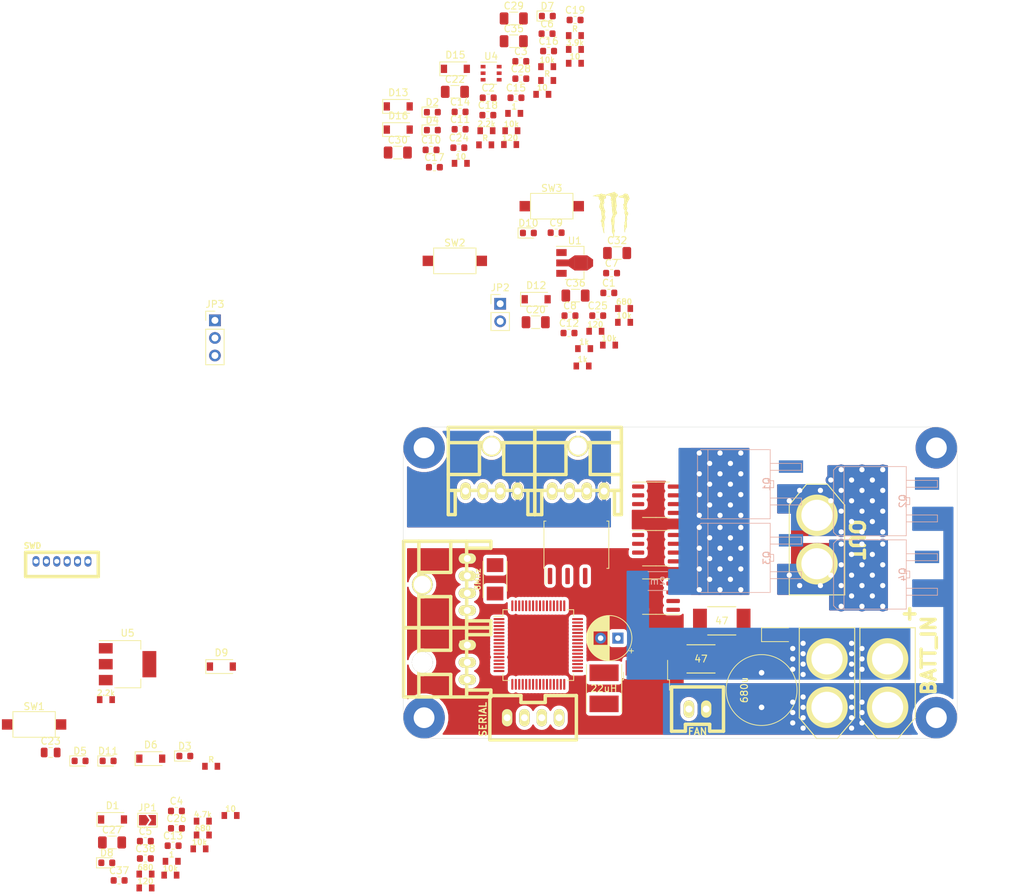
<source format=kicad_pcb>
(kicad_pcb (version 20171130) (host pcbnew "(5.1.4)-1")
  (layers (0 F.Cu signal) (31 B.Cu signal) (34 B.Paste user) (35 F.Paste user) (36 B.SilkS user) (37 F.SilkS user) (38 B.Mask user) (39 F.Mask user) (44 Edge.Cuts user))
  (net 0 "")
  (net 1 /MD_BATT)
  (net 2 "Net-(AMP1-Pad2)")
  (net 3 "Net-(AMP1-Pad3)")
  (net 4 /MD_CURRENT)
  (net 5 +3.3VP)
  (net 6 GNDPWR)
  (net 7 +BATT)
  (net 8 /OSC_IN)
  (net 9 /OSC_OUT)
  (net 10 GND)
  (net 11 /CAN_BUS_Vdd)
  (net 12 +12V)
  (net 13 "Net-(C12-Pad2)")
  (net 14 "Net-(C11-Pad1)")
  (net 15 +3V3)
  (net 16 "Net-(C14-Pad1)")
  (net 17 "Net-(C15-Pad1)")
  (net 18 +5VP)
  (net 19 "Net-(C18-Pad2)")
  (net 20 "Net-(C19-Pad1)")
  (net 21 "Net-(C19-Pad2)")
  (net 22 /GD_Vdd)
  (net 23 /FB_OUT)
  (net 24 "Net-(C23-Pad1)")
  (net 25 /GD_BATT_LEFT)
  (net 26 /GD_RIGHT_BATT)
  (net 27 /BatteryVoltage)
  (net 28 /MD_OUT_LEFT)
  (net 29 "Net-(C29-Pad1)")
  (net 30 /MD_OUT_RIGHT)
  (net 31 "Net-(C30-Pad1)")
  (net 32 +12P)
  (net 33 /~RST)
  (net 34 "Net-(D1-Pad2)")
  (net 35 "Net-(D2-Pad2)")
  (net 36 "Net-(D3-Pad2)")
  (net 37 "Net-(D4-Pad2)")
  (net 38 "Net-(D5-Pad2)")
  (net 39 "Net-(D7-Pad2)")
  (net 40 "Net-(D8-Pad2)")
  (net 41 "Net-(D10-Pad2)")
  (net 42 "Net-(D11-Pad2)")
  (net 43 "Net-(D12-Pad1)")
  (net 44 "Net-(J1-Pad2)")
  (net 45 /SWCLK)
  (net 46 /SWDIO)
  (net 47 "Net-(J1-Pad6)")
  (net 48 /CAN_L)
  (net 49 /CAN_H)
  (net 50 "Net-(J4-Pad2)")
  (net 51 /TIM3_CH2)
  (net 52 /TIM3_CH1)
  (net 53 /USART1_RX)
  (net 54 /USART1_TX)
  (net 55 /IO)
  (net 56 "Net-(J9-Pad2)")
  (net 57 "Net-(JP2-Pad2)")
  (net 58 "Net-(Q1-PadG)")
  (net 59 "Net-(Q2-PadG)")
  (net 60 "Net-(Q3-PadG)")
  (net 61 "Net-(Q4-PadG)")
  (net 62 "Net-(R3-Pad2)")
  (net 63 /LED0)
  (net 64 /LED1)
  (net 65 /SW0)
  (net 66 /SW1)
  (net 67 /MD_EN_PWM)
  (net 68 "Net-(R23-Pad2)")
  (net 69 "Net-(R24-Pad2)")
  (net 70 "Net-(R25-Pad2)")
  (net 71 "Net-(R26-Pad2)")
  (net 72 /CAN1_RX)
  (net 73 /CAN1_TX)
  (net 74 "Net-(U3-Pad2)")
  (net 75 "Net-(U3-Pad3)")
  (net 76 "Net-(U3-Pad4)")
  (net 77 "Net-(U3-Pad9)")
  (net 78 "Net-(U3-Pad10)")
  (net 79 "Net-(U3-Pad11)")
  (net 80 "Net-(U3-Pad14)")
  (net 81 "Net-(U3-Pad15)")
  (net 82 "Net-(U3-Pad16)")
  (net 83 "Net-(U3-Pad21)")
  (net 84 "Net-(U3-Pad22)")
  (net 85 "Net-(U3-Pad23)")
  (net 86 "Net-(U3-Pad24)")
  (net 87 "Net-(U3-Pad25)")
  (net 88 "Net-(U3-Pad26)")
  (net 89 "Net-(U3-Pad27)")
  (net 90 "Net-(U3-Pad28)")
  (net 91 "Net-(U3-Pad29)")
  (net 92 "Net-(U3-Pad30)")
  (net 93 "Net-(U3-Pad33)")
  (net 94 "Net-(U3-Pad34)")
  (net 95 "Net-(U3-Pad35)")
  (net 96 "Net-(U3-Pad36)")
  (net 97 /MD_LEFT_PWM)
  (net 98 /MD_RIGHT_PWM)
  (net 99 "Net-(U3-Pad40)")
  (net 100 "Net-(U3-Pad41)")
  (net 101 "Net-(U3-Pad44)")
  (net 102 "Net-(U3-Pad45)")
  (net 103 "Net-(U3-Pad50)")
  (net 104 "Net-(U3-Pad53)")
  (net 105 "Net-(U3-Pad54)")
  (net 106 "Net-(U3-Pad55)")
  (net 107 "Net-(C27-Pad1)")
  (module Package_SO:SO-8_3.9x4.9mm_P1.27mm (layer F.Cu) (at 138 113)
    (fp_text reference U7 hide)
    (fp_text value NCP5104)
    (pad 8 smd roundrect (at 2.575 -1.905) (size 1.75 0.6) (layers F.Cu F.Paste F.Mask) (net 31 "Net-(C30-Pad1)"))
    (pad 7 smd roundrect (at 2.575 -0.635) (size 1.75 0.6) (layers F.Cu F.Paste F.Mask) (net 70 "Net-(R25-Pad2)"))
    (pad 6 smd roundrect (at 2.575 0.635) (size 1.75 0.6) (layers F.Cu F.Paste F.Mask) (net 30 /MD_OUT_RIGHT))
    (pad 5 smd roundrect (at 2.575 1.905) (size 1.75 0.6) (layers F.Cu F.Paste F.Mask) (net 71 "Net-(R26-Pad2)"))
    (pad 4 smd roundrect (at -2.575 1.905) (size 1.75 0.6) (layers F.Cu F.Paste F.Mask) (net 6 GNDPWR))
    (pad 3 smd roundrect (at -2.575 0.635) (size 1.75 0.6) (layers F.Cu F.Paste F.Mask) (net 67 /MD_EN_PWM))
    (pad 2 smd roundrect (at -2.575 -0.635) (size 1.75 0.6) (layers F.Cu F.Paste F.Mask) (net 98 /MD_RIGHT_PWM))
    (pad 1 smd roundrect (at -2.575 -1.905) (size 1.75 0.6) (layers F.Cu F.Paste F.Mask) (net 26 /GD_RIGHT_BATT))
  )
  (module Package_SO:SO-8_3.9x4.9mm_P1.27mm (layer F.Cu) (at 138 106)
    (fp_text reference U6 hide)
    (fp_text value NCP5104)
    (pad 1 smd roundrect (at -2.575 -1.905) (size 1.75 0.6) (layers F.Cu F.Paste F.Mask) (net 25 /GD_BATT_LEFT))
    (pad 2 smd roundrect (at -2.575 -0.635) (size 1.75 0.6) (layers F.Cu F.Paste F.Mask) (net 97 /MD_LEFT_PWM))
    (pad 3 smd roundrect (at -2.575 0.635) (size 1.75 0.6) (layers F.Cu F.Paste F.Mask) (net 67 /MD_EN_PWM))
    (pad 4 smd roundrect (at -2.575 1.905) (size 1.75 0.6) (layers F.Cu F.Paste F.Mask) (net 6 GNDPWR))
    (pad 5 smd roundrect (at 2.575 1.905) (size 1.75 0.6) (layers F.Cu F.Paste F.Mask) (net 69 "Net-(R24-Pad2)"))
    (pad 6 smd roundrect (at 2.575 0.635) (size 1.75 0.6) (layers F.Cu F.Paste F.Mask) (net 28 /MD_OUT_LEFT))
    (pad 7 smd roundrect (at 2.575 -0.635) (size 1.75 0.6) (layers F.Cu F.Paste F.Mask) (net 68 "Net-(R23-Pad2)"))
    (pad 8 smd roundrect (at 2.575 -1.905) (size 1.75 0.6) (layers F.Cu F.Paste F.Mask) (net 29 "Net-(C29-Pad1)"))
  )
  (module Package_SO:SOP-8_6.62x9.15mm_P2.54mm (layer F.Cu) (at 126.5 112.5 90)
    (fp_text reference U2 hide)
    (fp_text value ISO1050DUB)
    (pad 1 smd roundrect (at -4.525 -3.81 90) (size 2.35 0.65) (layers F.Cu F.Paste F.Mask) (net 5 +3.3VP))
    (pad 2 smd roundrect (at -4.525 -1.27 90) (size 2.35 0.65) (layers F.Cu F.Paste F.Mask) (net 72 /CAN1_RX))
    (pad 3 smd roundrect (at -4.525 1.27 90) (size 2.35 0.65) (layers F.Cu F.Paste F.Mask) (net 73 /CAN1_TX))
    (pad 4 smd roundrect (at -4.525 3.81 90) (size 2.35 0.65) (layers F.Cu F.Paste F.Mask) (net 6 GNDPWR))
    (pad 5 smd roundrect (at 4.525 3.81 90) (size 2.35 0.65) (layers F.Cu F.Paste F.Mask) (net 10 GND))
    (pad 6 smd roundrect (at 4.525 1.27 90) (size 2.35 0.65) (layers F.Cu F.Paste F.Mask) (net 48 /CAN_L))
    (pad 7 smd roundrect (at 4.525 -1.27 90) (size 2.35 0.65) (layers F.Cu F.Paste F.Mask) (net 49 /CAN_H))
    (pad 8 smd roundrect (at 4.525 -3.81 90) (size 2.35 0.65) (layers F.Cu F.Paste F.Mask) (net 15 +3V3))
  )
  (module Mizz_lib:XA_3LC (layer F.Cu) (at 110.75 127 270)
    (fp_text reference J6 (at 0 0.5 90) (layer F.SilkS))
    (fp_text value I/O)
    (pad 1 thru_hole oval (at 0 0 270) (size 1.5 2.5) (drill 1) (layers *.Cu *.Mask F.SilkS) (net 6 GNDPWR))
    (pad 2 thru_hole oval (at 2.5 0 270) (size 1.5 2.5) (drill 1) (layers *.Cu *.Mask F.SilkS) (net 19 "Net-(C18-Pad2)"))
    (pad 3 thru_hole oval (at 5 0 270) (size 1.5 2.5) (drill 1) (layers *.Cu *.Mask F.SilkS) (net 55 /IO))
    (pad "" thru_hole circle (at 2.5 6.5 270) (size 3 3) (drill 3) (layers *.Cu *.Mask F.SilkS) (clearance -0.3))
  )
  (module Package_SO:SOIC-8_3.9x4.9mm_P1.27mm (layer F.Cu) (at 138 120 180)
    (fp_text reference AMP1 hide)
    (fp_text value TSC103)
    (pad 1 smd roundrect (at -2.475 -1.905 180) (size 1.95 0.6) (layers F.Cu F.Paste F.Mask) (net 1 /MD_BATT))
    (pad 2 smd roundrect (at -2.475 -0.635 180) (size 1.95 0.6) (layers F.Cu F.Paste F.Mask) (net 2 "Net-(AMP1-Pad2)"))
    (pad 3 smd roundrect (at -2.475 0.635 180) (size 1.95 0.6) (layers F.Cu F.Paste F.Mask) (net 3 "Net-(AMP1-Pad3)"))
    (pad 4 smd roundrect (at -2.475 1.905 180) (size 1.95 0.6) (layers F.Cu F.Paste F.Mask) (net 4 /MD_CURRENT))
    (pad 5 smd roundrect (at 2.475 1.905 180) (size 1.95 0.6) (layers F.Cu F.Paste F.Mask) (net 5 +3.3VP))
    (pad 6 smd roundrect (at 2.475 0.635 180) (size 1.95 0.6) (layers F.Cu F.Paste F.Mask) (net 6 GNDPWR))
    (pad 7 smd roundrect (at 2.475 -0.635 180) (size 1.95 0.6) (layers F.Cu F.Paste F.Mask) (net 6 GNDPWR))
    (pad 8 smd roundrect (at 2.475 -1.905 180) (size 1.95 0.6) (layers F.Cu F.Paste F.Mask) (net 7 +BATT))
  )
  (module Capacitor_SMD:C_0603_1608Metric (layer F.Cu) (at 131.185001 76.105001)
    (fp_text reference C1 (at 0 -1.43) (layer F.SilkS))
    (fp_text value 22p)
    (pad 2 smd roundrect (at 0.7875 0) (size 0.875 0.95) (layers F.Cu F.Paste F.Mask) (net 6 GNDPWR))
    (pad 1 smd roundrect (at -0.7875 0) (size 0.875 0.95) (layers F.Cu F.Paste F.Mask) (net 8 /OSC_IN))
  )
  (module Capacitor_SMD:C_0603_1608Metric (layer F.Cu) (at 113.765001 47.905001)
    (fp_text reference C2 (at 0 -1.43) (layer F.SilkS))
    (fp_text value 22p)
    (pad 2 smd roundrect (at 0.7875 0) (size 0.875 0.95) (layers F.Cu F.Paste F.Mask) (net 6 GNDPWR))
    (pad 1 smd roundrect (at -0.7875 0) (size 0.875 0.95) (layers F.Cu F.Paste F.Mask) (net 9 /OSC_OUT))
  )
  (module Capacitor_SMD:C_0603_1608Metric (layer F.Cu) (at 118.475001 42.635001)
    (fp_text reference C3 (at 0 -1.43) (layer F.SilkS))
    (fp_text value 0.1u)
    (pad 1 smd roundrect (at -0.7875 0) (size 0.875 0.95) (layers F.Cu F.Paste F.Mask) (net 10 GND))
    (pad 2 smd roundrect (at 0.7875 0) (size 0.875 0.95) (layers F.Cu F.Paste F.Mask) (net 11 /CAN_BUS_Vdd))
  )
  (module Capacitor_SMD:C_0603_1608Metric (layer F.Cu) (at 68.735001 150.975001)
    (fp_text reference C4 (at 0 -1.43) (layer F.SilkS))
    (fp_text value 0.1u)
    (pad 2 smd roundrect (at 0.7875 0) (size 0.875 0.95) (layers F.Cu F.Paste F.Mask) (net 11 /CAN_BUS_Vdd))
    (pad 1 smd roundrect (at -0.7875 0) (size 0.875 0.95) (layers F.Cu F.Paste F.Mask) (net 10 GND))
  )
  (module Capacitor_SMD:C_0603_1608Metric (layer F.Cu) (at 64.245001 155.335001)
    (fp_text reference C5 (at 0 -1.43) (layer F.SilkS))
    (fp_text value 0.1u)
    (pad 2 smd roundrect (at 0.7875 0) (size 0.875 0.95) (layers F.Cu F.Paste F.Mask) (net 6 GNDPWR))
    (pad 1 smd roundrect (at -0.7875 0) (size 0.875 0.95) (layers F.Cu F.Paste F.Mask) (net 5 +3.3VP))
  )
  (module Capacitor_SMD:C_0603_1608Metric (layer F.Cu) (at 122.265001 38.645001)
    (fp_text reference C6 (at 0 -1.43) (layer F.SilkS))
    (fp_text value 0.1u)
    (pad 1 smd roundrect (at -0.7875 0) (size 0.875 0.95) (layers F.Cu F.Paste F.Mask) (net 5 +3.3VP))
    (pad 2 smd roundrect (at 0.7875 0) (size 0.875 0.95) (layers F.Cu F.Paste F.Mask) (net 6 GNDPWR))
  )
  (module Capacitor_SMD:C_0603_1608Metric (layer F.Cu) (at 131.585001 73.245001)
    (fp_text reference C7 (at 0 -1.43) (layer F.SilkS))
    (fp_text value 0.1u)
    (pad 2 smd roundrect (at 0.7875 0) (size 0.875 0.95) (layers F.Cu F.Paste F.Mask) (net 6 GNDPWR))
    (pad 1 smd roundrect (at -0.7875 0) (size 0.875 0.95) (layers F.Cu F.Paste F.Mask) (net 5 +3.3VP))
  )
  (module Capacitor_SMD:C_0603_1608Metric (layer F.Cu) (at 125.575001 79.395001)
    (fp_text reference C8 (at 0 -1.43) (layer F.SilkS))
    (fp_text value 10u)
    (pad 1 smd roundrect (at -0.7875 0) (size 0.875 0.95) (layers F.Cu F.Paste F.Mask) (net 12 +12V))
    (pad 2 smd roundrect (at 0.7875 0) (size 0.875 0.95) (layers F.Cu F.Paste F.Mask) (net 13 "Net-(C12-Pad2)"))
  )
  (module Capacitor_SMD:C_0603_1608Metric (layer F.Cu) (at 123.575001 67.405001)
    (fp_text reference C9 (at 0 -1.43) (layer F.SilkS))
    (fp_text value 0.1u)
    (pad 1 smd roundrect (at -0.7875 0) (size 0.875 0.95) (layers F.Cu F.Paste F.Mask) (net 5 +3.3VP))
    (pad 2 smd roundrect (at 0.7875 0) (size 0.875 0.95) (layers F.Cu F.Paste F.Mask) (net 6 GNDPWR))
  )
  (module Capacitor_SMD:C_0603_1608Metric (layer F.Cu) (at 105.515001 55.435001)
    (fp_text reference C10 (at 0 -1.43) (layer F.SilkS))
    (fp_text value 1u)
    (pad 2 smd roundrect (at 0.7875 0) (size 0.875 0.95) (layers F.Cu F.Paste F.Mask) (net 6 GNDPWR))
    (pad 1 smd roundrect (at -0.7875 0) (size 0.875 0.95) (layers F.Cu F.Paste F.Mask) (net 5 +3.3VP))
  )
  (module Capacitor_SMD:C_0603_1608Metric (layer F.Cu) (at 109.705001 52.455001)
    (fp_text reference C11 (at 0 -1.43) (layer F.SilkS))
    (fp_text value 2.2u)
    (pad 1 smd roundrect (at -0.7875 0) (size 0.875 0.95) (layers F.Cu F.Paste F.Mask) (net 14 "Net-(C11-Pad1)"))
    (pad 2 smd roundrect (at 0.7875 0) (size 0.875 0.95) (layers F.Cu F.Paste F.Mask) (net 6 GNDPWR))
  )
  (module Capacitor_SMD:C_0603_1608Metric (layer F.Cu) (at 125.435001 81.905001)
    (fp_text reference C12 (at 0 -1.43) (layer F.SilkS))
    (fp_text value 4.7u)
    (pad 2 smd roundrect (at 0.7875 0) (size 0.875 0.95) (layers F.Cu F.Paste F.Mask) (net 13 "Net-(C12-Pad2)"))
    (pad 1 smd roundrect (at -0.7875 0) (size 0.875 0.95) (layers F.Cu F.Paste F.Mask) (net 15 +3V3))
  )
  (module Capacitor_SMD:C_0603_1608Metric (layer F.Cu) (at 68.255001 155.995001)
    (fp_text reference C13 (at 0 -1.43) (layer F.SilkS))
    (fp_text value 4.7u)
    (pad 1 smd roundrect (at -0.7875 0) (size 0.875 0.95) (layers F.Cu F.Paste F.Mask) (net 5 +3.3VP))
    (pad 2 smd roundrect (at 0.7875 0) (size 0.875 0.95) (layers F.Cu F.Paste F.Mask) (net 6 GNDPWR))
  )
  (module Capacitor_SMD:C_0603_1608Metric (layer F.Cu) (at 109.705001 49.945001)
    (fp_text reference C14 (at 0 -1.43) (layer F.SilkS))
    (fp_text value 2.2u)
    (pad 2 smd roundrect (at 0.7875 0) (size 0.875 0.95) (layers F.Cu F.Paste F.Mask) (net 6 GNDPWR))
    (pad 1 smd roundrect (at -0.7875 0) (size 0.875 0.95) (layers F.Cu F.Paste F.Mask) (net 16 "Net-(C14-Pad1)"))
  )
  (module Capacitor_SMD:C_0603_1608Metric (layer F.Cu) (at 117.775001 47.905001)
    (fp_text reference C15 (at 0 -1.43) (layer F.SilkS))
    (fp_text value 0.1u)
    (pad 2 smd roundrect (at 0.7875 0) (size 0.875 0.95) (layers F.Cu F.Paste F.Mask) (net 6 GNDPWR))
    (pad 1 smd roundrect (at -0.7875 0) (size 0.875 0.95) (layers F.Cu F.Paste F.Mask) (net 17 "Net-(C15-Pad1)"))
  )
  (module Capacitor_SMD:C_0603_1608Metric (layer F.Cu) (at 122.485001 41.155001)
    (fp_text reference C16 (at 0 -1.43) (layer F.SilkS))
    (fp_text value 0.1u)
    (pad 1 smd roundrect (at -0.7875 0) (size 0.875 0.95) (layers F.Cu F.Paste F.Mask) (net 6 GNDPWR))
    (pad 2 smd roundrect (at 0.7875 0) (size 0.875 0.95) (layers F.Cu F.Paste F.Mask) (net 18 +5VP))
  )
  (module Capacitor_SMD:C_0603_1608Metric (layer F.Cu) (at 105.995001 57.945001)
    (fp_text reference C17 (at 0 -1.43) (layer F.SilkS))
    (fp_text value 0.1u)
    (pad 1 smd roundrect (at -0.7875 0) (size 0.875 0.95) (layers F.Cu F.Paste F.Mask) (net 6 GNDPWR))
    (pad 2 smd roundrect (at 0.7875 0) (size 0.875 0.95) (layers F.Cu F.Paste F.Mask) (net 18 +5VP))
  )
  (module Capacitor_SMD:C_0603_1608Metric (layer F.Cu) (at 113.715001 50.415001)
    (fp_text reference C18 (at 0 -1.43) (layer F.SilkS))
    (fp_text value 0.1u)
    (pad 1 smd roundrect (at -0.7875 0) (size 0.875 0.95) (layers F.Cu F.Paste F.Mask) (net 6 GNDPWR))
    (pad 2 smd roundrect (at 0.7875 0) (size 0.875 0.95) (layers F.Cu F.Paste F.Mask) (net 19 "Net-(C18-Pad2)"))
  )
  (module Capacitor_SMD:C_0603_1608Metric (layer F.Cu) (at 126.315001 36.665001)
    (fp_text reference C19 (at 0 -1.43) (layer F.SilkS))
    (fp_text value 0.1u)
    (pad 1 smd roundrect (at -0.7875 0) (size 0.875 0.95) (layers F.Cu F.Paste F.Mask) (net 20 "Net-(C19-Pad1)"))
    (pad 2 smd roundrect (at 0.7875 0) (size 0.875 0.95) (layers F.Cu F.Paste F.Mask) (net 21 "Net-(C19-Pad2)"))
  )
  (module Capacitor_SMD:C_1206_3216Metric (layer F.Cu) (at 120.625001 80.345001)
    (fp_text reference C20 (at 0 -1.82) (layer F.SilkS))
    (fp_text value 4.7u)
    (pad 1 smd roundrect (at -1.4 0) (size 1.25 1.75) (layers F.Cu F.Paste F.Mask) (roundrect_rratio 0.2) (net 22 /GD_Vdd))
    (pad 2 smd roundrect (at 1.4 0) (size 1.25 1.75) (layers F.Cu F.Paste F.Mask) (roundrect_rratio 0.2) (net 6 GNDPWR))
  )
  (module Capacitor_SMD:C_1206_3216Metric (layer F.Cu) (at 108.955001 47.045001)
    (fp_text reference C22 (at 0 -1.82) (layer F.SilkS))
    (fp_text value 4.7u)
    (pad 2 smd roundrect (at 1.4 0) (size 1.25 1.75) (layers F.Cu F.Paste F.Mask) (roundrect_rratio 0.2) (net 6 GNDPWR))
    (pad 1 smd roundrect (at -1.4 0) (size 1.25 1.75) (layers F.Cu F.Paste F.Mask) (roundrect_rratio 0.2) (net 23 /FB_OUT))
  )
  (module Capacitor_SMD:C_0805_2012Metric (layer F.Cu) (at 50.565001 142.525001)
    (fp_text reference C23 (at 0 -1.65) (layer F.SilkS))
    (fp_text value 10u)
    (pad 1 smd roundrect (at -0.9375 0) (size 0.975 1.4) (layers F.Cu F.Paste F.Mask) (net 24 "Net-(C23-Pad1)"))
    (pad 2 smd roundrect (at 0.9375 0) (size 0.975 1.4) (layers F.Cu F.Paste F.Mask) (net 6 GNDPWR))
  )
  (module Capacitor_SMD:C_0603_1608Metric (layer F.Cu) (at 109.525001 55.125001)
    (fp_text reference C24 (at 0 -1.43) (layer F.SilkS))
    (fp_text value 22u)
    (pad 2 smd roundrect (at 0.7875 0) (size 0.875 0.95) (layers F.Cu F.Paste F.Mask) (net 6 GNDPWR))
    (pad 1 smd roundrect (at -0.7875 0) (size 0.875 0.95) (layers F.Cu F.Paste F.Mask) (net 5 +3.3VP))
  )
  (module Capacitor_SMD:C_0603_1608Metric (layer F.Cu) (at 129.585001 79.395001)
    (fp_text reference C25 (at 0 -1.43) (layer F.SilkS))
    (fp_text value 0.1u)
    (pad 1 smd roundrect (at -0.7875 0) (size 0.875 0.95) (layers F.Cu F.Paste F.Mask) (net 25 /GD_BATT_LEFT))
    (pad 2 smd roundrect (at 0.7875 0) (size 0.875 0.95) (layers F.Cu F.Paste F.Mask) (net 6 GNDPWR))
  )
  (module Capacitor_SMD:C_0603_1608Metric (layer F.Cu) (at 68.735001 153.485001)
    (fp_text reference C26 (at 0 -1.43) (layer F.SilkS))
    (fp_text value 0.1u)
    (pad 1 smd roundrect (at -0.7875 0) (size 0.875 0.95) (layers F.Cu F.Paste F.Mask) (net 26 /GD_RIGHT_BATT))
    (pad 2 smd roundrect (at 0.7875 0) (size 0.875 0.95) (layers F.Cu F.Paste F.Mask) (net 6 GNDPWR))
  )
  (module Capacitor_SMD:C_1206_3216Metric (layer F.Cu) (at 59.435001 155.525001)
    (fp_text reference C27 (at 0 -1.82) (layer F.SilkS))
    (fp_text value 4.7u)
    (pad 1 smd roundrect (at -1.4 0) (size 1.25 1.75) (layers F.Cu F.Paste F.Mask) (roundrect_rratio 0.2) (net 107 "Net-(C27-Pad1)"))
    (pad 2 smd roundrect (at 1.4 0) (size 1.25 1.75) (layers F.Cu F.Paste F.Mask) (roundrect_rratio 0.2) (net 6 GNDPWR))
  )
  (module Capacitor_SMD:C_0603_1608Metric (layer F.Cu) (at 118.475001 45.145001)
    (fp_text reference C28 (at 0 -1.43) (layer F.SilkS))
    (fp_text value 0.1u)
    (pad 2 smd roundrect (at 0.7875 0) (size 0.875 0.95) (layers F.Cu F.Paste F.Mask) (net 6 GNDPWR))
    (pad 1 smd roundrect (at -0.7875 0) (size 0.875 0.95) (layers F.Cu F.Paste F.Mask) (net 27 /BatteryVoltage))
  )
  (module Capacitor_SMD:C_1206_3216Metric (layer F.Cu) (at 117.455001 36.445001)
    (fp_text reference C29 (at 0 -1.82) (layer F.SilkS))
    (fp_text value 4.7u)
    (pad 2 smd roundrect (at 1.4 0) (size 1.25 1.75) (layers F.Cu F.Paste F.Mask) (roundrect_rratio 0.2) (net 28 /MD_OUT_LEFT))
    (pad 1 smd roundrect (at -1.4 0) (size 1.25 1.75) (layers F.Cu F.Paste F.Mask) (roundrect_rratio 0.2) (net 29 "Net-(C29-Pad1)"))
  )
  (module Capacitor_SMD:C_1206_3216Metric (layer F.Cu) (at 100.705001 55.825001)
    (fp_text reference C30 (at 0 -1.82) (layer F.SilkS))
    (fp_text value 4.7u)
    (pad 2 smd roundrect (at 1.4 0) (size 1.25 1.75) (layers F.Cu F.Paste F.Mask) (roundrect_rratio 0.2) (net 30 /MD_OUT_RIGHT))
    (pad 1 smd roundrect (at -1.4 0) (size 1.25 1.75) (layers F.Cu F.Paste F.Mask) (roundrect_rratio 0.2) (net 31 "Net-(C30-Pad1)"))
  )
  (module Capacitor_SMD:C_1206_3216Metric (layer F.Cu) (at 132.385001 70.345001)
    (fp_text reference C32 (at 0 -1.82) (layer F.SilkS))
    (fp_text value 4.7u)
    (pad 1 smd roundrect (at -1.4 0) (size 1.25 1.75) (layers F.Cu F.Paste F.Mask) (roundrect_rratio 0.2) (net 32 +12P))
    (pad 2 smd roundrect (at 1.4 0) (size 1.25 1.75) (layers F.Cu F.Paste F.Mask) (roundrect_rratio 0.2) (net 6 GNDPWR))
  )
  (module Capacitor_THT:CP_Radial_D6.3mm_P2.50mm (layer F.Cu) (at 132.5 126 180)
    (fp_text reference C34 hide)
    (fp_text value 100u)
    (pad 2 thru_hole circle (at 2.5 0 180) (size 1.6 1.6) (drill 0.8) (layers *.Cu *.Mask) (net 6 GNDPWR))
    (pad 1 thru_hole rect (at 0 0 180) (size 1.6 1.6) (drill 0.8) (layers *.Cu *.Mask) (net 32 +12P))
  )
  (module Capacitor_SMD:C_1206_3216Metric (layer F.Cu) (at 117.455001 39.735001)
    (fp_text reference C35 (at 0 -1.82) (layer F.SilkS))
    (fp_text value 4.7u)
    (pad 1 smd roundrect (at -1.4 0) (size 1.25 1.75) (layers F.Cu F.Paste F.Mask) (roundrect_rratio 0.2) (net 7 +BATT))
    (pad 2 smd roundrect (at 1.4 0) (size 1.25 1.75) (layers F.Cu F.Paste F.Mask) (roundrect_rratio 0.2) (net 6 GNDPWR))
  )
  (module Capacitor_SMD:C_1206_3216Metric (layer F.Cu) (at 126.375001 76.495001)
    (fp_text reference C36 (at 0 -1.82) (layer F.SilkS))
    (fp_text value 4.7u)
    (pad 2 smd roundrect (at 1.4 0) (size 1.25 1.75) (layers F.Cu F.Paste F.Mask) (roundrect_rratio 0.2) (net 6 GNDPWR))
    (pad 1 smd roundrect (at -1.4 0) (size 1.25 1.75) (layers F.Cu F.Paste F.Mask) (roundrect_rratio 0.2) (net 7 +BATT))
  )
  (module Capacitor_SMD:C_0603_1608Metric (layer F.Cu) (at 60.455001 161.015001)
    (fp_text reference C37 (at 0 -1.43) (layer F.SilkS))
    (fp_text value 0.1u)
    (pad 2 smd roundrect (at 0.7875 0) (size 0.875 0.95) (layers F.Cu F.Paste F.Mask) (net 6 GNDPWR))
    (pad 1 smd roundrect (at -0.7875 0) (size 0.875 0.95) (layers F.Cu F.Paste F.Mask) (net 5 +3.3VP))
  )
  (module Capacitor_SMD:C_0603_1608Metric (layer F.Cu) (at 64.245001 157.845001)
    (fp_text reference C38 (at 0 -1.43) (layer F.SilkS))
    (fp_text value 0.1u)
    (pad 1 smd roundrect (at -0.7875 0) (size 0.875 0.95) (layers F.Cu F.Paste F.Mask) (net 33 /~RST))
    (pad 2 smd roundrect (at 0.7875 0) (size 0.875 0.95) (layers F.Cu F.Paste F.Mask) (net 6 GNDPWR))
  )
  (module Diode_SMD:D_SOD-123 (layer F.Cu) (at 59.505001 152.205001)
    (fp_text reference D1 (at 0 -2) (layer F.SilkS))
    (fp_text value DIODE)
    (pad 2 smd rect (at 1.65 0) (size 0.9 1.2) (layers F.Cu F.Paste F.Mask) (net 34 "Net-(D1-Pad2)"))
    (pad 1 smd rect (at -1.65 0) (size 0.9 1.2) (layers F.Cu F.Paste F.Mask) (net 5 +3.3VP))
  )
  (module LED_SMD:LED_0603_1608Metric (layer F.Cu) (at 105.695001 49.985001)
    (fp_text reference D2 (at 0 -1.43) (layer F.SilkS))
    (fp_text value 12V)
    (pad 1 smd roundrect (at -0.7875 0) (size 0.875 0.95) (layers F.Cu F.Paste F.Mask) (net 10 GND))
    (pad 2 smd roundrect (at 0.7875 0) (size 0.875 0.95) (layers F.Cu F.Paste F.Mask) (net 35 "Net-(D2-Pad2)"))
  )
  (module LED_SMD:LED_0603_1608Metric (layer F.Cu) (at 69.945001 143.035001)
    (fp_text reference D3 (at 0 -1.43) (layer F.SilkS))
    (fp_text value 3V3)
    (pad 1 smd roundrect (at -0.7875 0) (size 0.875 0.95) (layers F.Cu F.Paste F.Mask) (net 10 GND))
    (pad 2 smd roundrect (at 0.7875 0) (size 0.875 0.95) (layers F.Cu F.Paste F.Mask) (net 36 "Net-(D3-Pad2)"))
  )
  (module LED_SMD:LED_0603_1608Metric (layer F.Cu) (at 105.695001 52.575001)
    (fp_text reference D4 (at 0 -1.43) (layer F.SilkS))
    (fp_text value BATT)
    (pad 1 smd roundrect (at -0.7875 0) (size 0.875 0.95) (layers F.Cu F.Paste F.Mask) (net 6 GNDPWR))
    (pad 2 smd roundrect (at 0.7875 0) (size 0.875 0.95) (layers F.Cu F.Paste F.Mask) (net 37 "Net-(D4-Pad2)"))
  )
  (module LED_SMD:LED_0603_1608Metric (layer F.Cu) (at 54.815001 143.745001)
    (fp_text reference D5 (at 0 -1.43) (layer F.SilkS))
    (fp_text value 12VP)
    (pad 2 smd roundrect (at 0.7875 0) (size 0.875 0.95) (layers F.Cu F.Paste F.Mask) (net 38 "Net-(D5-Pad2)"))
    (pad 1 smd roundrect (at -0.7875 0) (size 0.875 0.95) (layers F.Cu F.Paste F.Mask) (net 6 GNDPWR))
  )
  (module Diode_SMD:D_SOD-123 (layer F.Cu) (at 65.025001 143.415001)
    (fp_text reference D6 (at 0 -2) (layer F.SilkS))
    (fp_text value DIODE)
    (pad 1 smd rect (at -1.65 0) (size 0.9 1.2) (layers F.Cu F.Paste F.Mask) (net 12 +12V))
    (pad 2 smd rect (at 1.65 0) (size 0.9 1.2) (layers F.Cu F.Paste F.Mask) (net 11 /CAN_BUS_Vdd))
  )
  (module LED_SMD:LED_0603_1608Metric (layer F.Cu) (at 122.305001 36.095001)
    (fp_text reference D7 (at 0 -1.43) (layer F.SilkS))
    (fp_text value 5VP)
    (pad 2 smd roundrect (at 0.7875 0) (size 0.875 0.95) (layers F.Cu F.Paste F.Mask) (net 39 "Net-(D7-Pad2)"))
    (pad 1 smd roundrect (at -0.7875 0) (size 0.875 0.95) (layers F.Cu F.Paste F.Mask) (net 6 GNDPWR))
  )
  (module LED_SMD:LED_0603_1608Metric (layer F.Cu) (at 58.675001 158.465001)
    (fp_text reference D8 (at 0 -1.43) (layer F.SilkS))
    (fp_text value 3V3P)
    (pad 2 smd roundrect (at 0.7875 0) (size 0.875 0.95) (layers F.Cu F.Paste F.Mask) (net 40 "Net-(D8-Pad2)"))
    (pad 1 smd roundrect (at -0.7875 0) (size 0.875 0.95) (layers F.Cu F.Paste F.Mask) (net 6 GNDPWR))
  )
  (module Diode_SMD:D_SOD-123 (layer F.Cu) (at 75.225001 130.105001)
    (fp_text reference D9 (at 0 -2) (layer F.SilkS))
    (fp_text value DIODE)
    (pad 1 smd rect (at -1.65 0) (size 0.9 1.2) (layers F.Cu F.Paste F.Mask) (net 20 "Net-(C19-Pad1)"))
    (pad 2 smd rect (at 1.65 0) (size 0.9 1.2) (layers F.Cu F.Paste F.Mask) (net 6 GNDPWR))
  )
  (module LED_SMD:LED_0603_1608Metric (layer F.Cu) (at 119.565001 67.445001)
    (fp_text reference D10 (at 0 -1.43) (layer F.SilkS))
    (fp_text value BUS)
    (pad 1 smd roundrect (at -0.7875 0) (size 0.875 0.95) (layers F.Cu F.Paste F.Mask) (net 6 GNDPWR))
    (pad 2 smd roundrect (at 0.7875 0) (size 0.875 0.95) (layers F.Cu F.Paste F.Mask) (net 41 "Net-(D10-Pad2)"))
  )
  (module LED_SMD:LED_0603_1608Metric (layer F.Cu) (at 58.865001 143.745001)
    (fp_text reference D11 (at 0 -1.43) (layer F.SilkS))
    (fp_text value EMG)
    (pad 2 smd roundrect (at 0.7875 0) (size 0.875 0.95) (layers F.Cu F.Paste F.Mask) (net 42 "Net-(D11-Pad2)"))
    (pad 1 smd roundrect (at -0.7875 0) (size 0.875 0.95) (layers F.Cu F.Paste F.Mask) (net 6 GNDPWR))
  )
  (module Diode_SMD:D_SOD-123 (layer F.Cu) (at 120.695001 77.025001)
    (fp_text reference D12 (at 0 -2) (layer F.SilkS))
    (fp_text value DIODE)
    (pad 2 smd rect (at 1.65 0) (size 0.9 1.2) (layers F.Cu F.Paste F.Mask) (net 23 /FB_OUT))
    (pad 1 smd rect (at -1.65 0) (size 0.9 1.2) (layers F.Cu F.Paste F.Mask) (net 43 "Net-(D12-Pad1)"))
  )
  (module Diode_SMD:D_SOD-123 (layer F.Cu) (at 100.775001 49.155001)
    (fp_text reference D13 (at 0 -2) (layer F.SilkS))
    (fp_text value DIODE)
    (pad 1 smd rect (at -1.65 0) (size 0.9 1.2) (layers F.Cu F.Paste F.Mask) (net 24 "Net-(C23-Pad1)"))
    (pad 2 smd rect (at 1.65 0) (size 0.9 1.2) (layers F.Cu F.Paste F.Mask) (net 18 +5VP))
  )
  (module Diode_SMD:D_SOD-123 (layer F.Cu) (at 109.025001 43.725001)
    (fp_text reference D15 (at 0 -2) (layer F.SilkS))
    (fp_text value DIODE)
    (pad 2 smd rect (at 1.65 0) (size 0.9 1.2) (layers F.Cu F.Paste F.Mask) (net 25 /GD_BATT_LEFT))
    (pad 1 smd rect (at -1.65 0) (size 0.9 1.2) (layers F.Cu F.Paste F.Mask) (net 29 "Net-(C29-Pad1)"))
  )
  (module Diode_SMD:D_SOD-123 (layer F.Cu) (at 100.775001 52.505001)
    (fp_text reference D16 (at 0 -2) (layer F.SilkS))
    (fp_text value DIODE)
    (pad 1 smd rect (at -1.65 0) (size 0.9 1.2) (layers F.Cu F.Paste F.Mask) (net 31 "Net-(C30-Pad1)"))
    (pad 2 smd rect (at 1.65 0) (size 0.9 1.2) (layers F.Cu F.Paste F.Mask) (net 26 /GD_RIGHT_BATT))
  )
  (module Mizz_lib:ZH_6P (layer F.Cu) (at 48.450001 114.900001)
    (fp_text reference J1 hide)
    (fp_text value SWD (at -0.5 -2.25) (layer F.SilkS) (effects (font (size 0.8 0.8) (thickness 0.2))))
    (pad 1 thru_hole oval (at 0 0) (size 1 1.524) (drill 0.7) (layers *.Cu *.Mask) (net 6 GNDPWR))
    (pad 2 thru_hole oval (at 1.5 0) (size 1 1.524) (drill 0.7) (layers *.Cu *.Mask) (net 44 "Net-(J1-Pad2)"))
    (pad 3 thru_hole oval (at 3 0) (size 1 1.524) (drill 0.7) (layers *.Cu *.Mask) (net 45 /SWCLK))
    (pad 4 thru_hole oval (at 4.5 0) (size 1 1.524) (drill 0.7) (layers *.Cu *.Mask) (net 46 /SWDIO))
    (pad 5 thru_hole oval (at 6 0) (size 1 1.524) (drill 0.7) (layers *.Cu *.Mask) (net 33 /~RST))
    (pad 6 thru_hole oval (at 7.5 0) (size 1 1.524) (drill 0.7) (layers *.Cu *.Mask) (net 47 "Net-(J1-Pad6)"))
  )
  (module Mizz_lib:XA_4L (layer F.Cu) (at 130.5 104.75 180)
    (fp_text reference J2 hide)
    (fp_text value CAN hide)
    (pad "" thru_hole circle (at 3.75 6.5 180) (size 3 3) (drill 2.5) (layers *.Cu *.Mask F.SilkS))
    (pad 4 thru_hole oval (at 7.5 0 180) (size 1.5 2.5) (drill 1) (layers *.Cu *.Mask F.SilkS) (net 48 /CAN_L))
    (pad 3 thru_hole oval (at 5 0 180) (size 1.5 2.5) (drill 1) (layers *.Cu *.Mask F.SilkS) (net 49 /CAN_H))
    (pad 2 thru_hole oval (at 2.5 0 180) (size 1.5 2.5) (drill 1) (layers *.Cu *.Mask F.SilkS) (net 11 /CAN_BUS_Vdd))
    (pad 1 thru_hole oval (at 0 0 180) (size 1.5 2.5) (drill 1) (layers *.Cu *.Mask F.SilkS) (net 10 GND))
  )
  (module Mizz_lib:XA_4L (layer F.Cu) (at 118 104.75 180)
    (fp_text reference J3 hide)
    (fp_text value CAN hide)
    (pad 1 thru_hole oval (at 0 0 180) (size 1.5 2.5) (drill 1) (layers *.Cu *.Mask F.SilkS) (net 10 GND))
    (pad 2 thru_hole oval (at 2.5 0 180) (size 1.5 2.5) (drill 1) (layers *.Cu *.Mask F.SilkS) (net 11 /CAN_BUS_Vdd))
    (pad 3 thru_hole oval (at 5 0 180) (size 1.5 2.5) (drill 1) (layers *.Cu *.Mask F.SilkS) (net 49 /CAN_H))
    (pad 4 thru_hole oval (at 7.5 0 180) (size 1.5 2.5) (drill 1) (layers *.Cu *.Mask F.SilkS) (net 48 /CAN_L))
    (pad "" thru_hole circle (at 3.75 6.5 180) (size 3 3) (drill 2.5) (layers *.Cu *.Mask F.SilkS))
  )
  (module Mizz_lib:XA_4L (layer F.Cu) (at 110.75 114.5 270)
    (fp_text reference J4 hide)
    (fp_text value ENC hide)
    (pad 1 thru_hole oval (at 0 0 270) (size 1.5 2.5) (drill 1) (layers *.Cu *.Mask F.SilkS) (net 6 GNDPWR))
    (pad 2 thru_hole oval (at 2.5 0 270) (size 1.5 2.5) (drill 1) (layers *.Cu *.Mask F.SilkS) (net 50 "Net-(J4-Pad2)"))
    (pad 3 thru_hole oval (at 5 0 270) (size 1.5 2.5) (drill 1) (layers *.Cu *.Mask F.SilkS) (net 51 /TIM3_CH2))
    (pad 4 thru_hole oval (at 7.5 0 270) (size 1.5 2.5) (drill 1) (layers *.Cu *.Mask F.SilkS) (net 52 /TIM3_CH1))
    (pad "" thru_hole circle (at 3.75 6.5 270) (size 3 3) (drill 2.5) (layers *.Cu *.Mask F.SilkS))
  )
  (module Mizz_lib:XA_4P (layer F.Cu) (at 124 137.5 180)
    (fp_text reference J5 hide)
    (fp_text value SERIAL (at 11 -0.25 90) (layer F.SilkS) (effects (font (thickness 0.2))))
    (pad 4 thru_hole oval (at 0 0 180) (size 1.5 2.5) (drill 1) (layers *.Cu *.Mask F.SilkS) (net 53 /USART1_RX))
    (pad 3 thru_hole oval (at 2.5 0 180) (size 1.5 2.5) (drill 1) (layers *.Cu *.Mask F.SilkS) (net 54 /USART1_TX))
    (pad 2 thru_hole oval (at 5 0 180) (size 1.5 2.5) (drill 1) (layers *.Cu *.Mask F.SilkS) (net 18 +5VP))
    (pad 1 thru_hole oval (at 7.5 0 180) (size 1.5 2.5) (drill 1) (layers *.Cu *.Mask F.SilkS) (net 6 GNDPWR))
  )
  (module Mizz_lib:XT60_M (layer F.Cu) (at 171.45 132.5 90)
    (fp_text reference J7 hide)
    (fp_text value BATT_IN (at 4 5.95 90) (layer F.SilkS) (effects (font (size 2 2) (thickness 0.5))))
    (pad 1 thru_hole circle (at -3.5 0 90) (size 6 6) (drill 4.5) (layers *.Cu *.Mask F.SilkS) (net 6 GNDPWR))
    (pad 2 thru_hole circle (at 3.5 0 90) (size 6 6) (drill 4.5) (layers *.Cu *.Mask F.SilkS) (net 7 +BATT))
  )
  (module Mizz_lib:XT60_F (layer F.Cu) (at 162.7 132.5 90)
    (fp_text reference J8)
    (fp_text value BATT_IN hide)
    (pad 2 thru_hole circle (at 3.5 0 90) (size 6 6) (drill 4.5) (layers *.Cu *.Mask F.SilkS) (net 7 +BATT))
    (pad 1 thru_hole circle (at -3.5 0 90) (size 6 6) (drill 4.5) (layers *.Cu *.Mask F.SilkS) (net 6 GNDPWR))
  )
  (module Mizz_lib:XA_2P (layer F.Cu) (at 142.75 136.25)
    (fp_text reference J9 hide)
    (fp_text value FAN (at 1.25 3.25) (layer F.SilkS) (effects (font (thickness 0.2))))
    (pad 1 thru_hole oval (at 2.5 0) (size 1.5 2.5) (drill 1) (layers *.Cu *.Mask F.SilkS) (net 6 GNDPWR))
    (pad 2 thru_hole oval (at 0 0) (size 1.5 2.5) (drill 1) (layers *.Cu *.Mask F.SilkS) (net 56 "Net-(J9-Pad2)"))
  )
  (module Mizz_lib:XT60_F (layer F.Cu) (at 161.25 111.75 270)
    (fp_text reference J10)
    (fp_text value OUT (at 0 -5.75 270 unlocked) (layer F.SilkS) (effects (font (size 2 2) (thickness 0.5))))
    (pad 1 thru_hole circle (at -3.5 0 270) (size 6 6) (drill 4.5) (layers *.Cu *.Mask F.SilkS) (net 28 /MD_OUT_LEFT))
    (pad 2 thru_hole circle (at 3.5 0 270) (size 6 6) (drill 4.5) (layers *.Cu *.Mask F.SilkS) (net 30 /MD_OUT_RIGHT))
  )
  (module Jumper:SolderJumper-2_P1.3mm_Open_TrianglePad1.0x1.5mm (layer F.Cu) (at 64.555001 152.305001)
    (fp_text reference JP1 (at 0 -1.8) (layer F.SilkS))
    (fp_text value SWD_JP)
    (pad 2 smd custom (at 0.725 0) (size 0.3 0.3) (layers F.Cu F.Mask) (net 34 "Net-(D1-Pad2)") (options (clearance outline) (anchor rect)) (primitives (gr_poly (pts (xy -0.65 -0.75) (xy 0.5 -0.75) (xy 0.5 0.75) (xy -0.65 0.75) (xy -0.15 0)) (width 0))))
    (pad 1 smd custom (at -0.725 0) (size 0.3 0.3) (layers F.Cu F.Mask) (net 44 "Net-(J1-Pad2)") (options (clearance outline) (anchor rect)) (primitives (gr_poly (pts (xy -0.5 -0.75) (xy 0.5 -0.75) (xy 1 0) (xy 0.5 0.75) (xy -0.5 0.75)) (width 0))))
  )
  (module Connector_PinHeader_2.54mm:PinHeader_1x02_P2.54mm_Vertical (layer F.Cu) (at 115.495001 77.675001)
    (fp_text reference JP2 (at 0 -2.33) (layer F.SilkS))
    (fp_text value CAN_JP)
    (pad 1 thru_hole rect (at 0 0) (size 1.7 1.7) (drill 1) (layers *.Cu *.Mask) (net 49 /CAN_H))
    (pad 2 thru_hole oval (at 0 2.54) (size 1.7 1.7) (drill 1) (layers *.Cu *.Mask) (net 57 "Net-(JP2-Pad2)"))
  )
  (module Connector_PinHeader_2.54mm:PinHeader_1x03_P2.54mm_Vertical (layer F.Cu) (at 74.295001 80.075001)
    (fp_text reference JP3 (at 0 -2.33) (layer F.SilkS))
    (fp_text value I/O_Vdd)
    (pad 1 thru_hole rect (at 0 0) (size 1.7 1.7) (drill 1) (layers *.Cu *.Mask) (net 5 +3.3VP))
    (pad 2 thru_hole oval (at 0 2.54) (size 1.7 1.7) (drill 1) (layers *.Cu *.Mask) (net 19 "Net-(C18-Pad2)"))
    (pad 3 thru_hole oval (at 0 5.08) (size 1.7 1.7) (drill 1) (layers *.Cu *.Mask) (net 18 +5VP))
  )
  (module Mizz_lib:L_Taiyo-Yuden_NR-50xx_HandSoldering (layer F.Cu) (at 130.5 133.25 90)
    (fp_text reference L1 hide)
    (fp_text value 22uH (at -0.025001 -0.025001 180) (layer F.SilkS))
    (pad 1 smd rect (at -2.25 0 90) (size 2.4 4.2) (layers F.Cu F.Paste F.Mask) (net 20 "Net-(C19-Pad1)"))
    (pad 2 smd rect (at 2.25 0 90) (size 2.4 4.2) (layers F.Cu F.Paste F.Mask) (net 23 /FB_OUT))
  )
  (module Mizz_lib:D2-PAK_compact (layer B.Cu) (at 154.5 103.75 270)
    (fp_text reference Q1 (at 0 0.5 270) (layer B.SilkS) (effects (justify mirror)))
    (fp_text value MOSFET_N)
    (pad D smd rect (at 0 7 270) (size 10 8) (layers B.Cu B.Paste B.Mask) (net 1 /MD_BATT))
    (pad S smd rect (at 2.54 -3 270) (size 3 3.5) (layers B.Cu B.Paste B.Mask) (net 28 /MD_OUT_LEFT))
    (pad G smd rect (at -2.54 -3 270) (size 1.8 3.5) (layers B.Cu B.Paste B.Mask) (net 58 "Net-(Q1-PadG)"))
  )
  (module Mizz_lib:D2-PAK_compact (layer B.Cu) (at 174.15 106.2 270)
    (fp_text reference Q2 (at 0 0.5 90) (layer B.SilkS) (effects (justify mirror)))
    (fp_text value MOSFET_N)
    (pad G smd rect (at -2.54 -3 270) (size 1.8 3.5) (layers B.Cu B.Paste B.Mask) (net 59 "Net-(Q2-PadG)"))
    (pad S smd rect (at 2.54 -3 270) (size 3 3.5) (layers B.Cu B.Paste B.Mask) (net 6 GNDPWR))
    (pad D smd rect (at 0 7 270) (size 10 8) (layers B.Cu B.Paste B.Mask) (net 28 /MD_OUT_LEFT))
  )
  (module Mizz_lib:D2-PAK_compact (layer B.Cu) (at 154.5 114.4 270)
    (fp_text reference Q3 (at 0 0.5 90) (layer B.SilkS) (effects (justify mirror)))
    (fp_text value MOSFET_N)
    (pad D smd rect (at 0 7 270) (size 10 8) (layers B.Cu B.Paste B.Mask) (net 1 /MD_BATT))
    (pad S smd rect (at 2.54 -3 270) (size 3 3.5) (layers B.Cu B.Paste B.Mask) (net 30 /MD_OUT_RIGHT))
    (pad G smd rect (at -2.54 -3 270) (size 1.8 3.5) (layers B.Cu B.Paste B.Mask) (net 60 "Net-(Q3-PadG)"))
  )
  (module Mizz_lib:D2-PAK_compact (layer B.Cu) (at 174.15 116.8 270)
    (fp_text reference Q4 (at 0 0.5 90) (layer B.SilkS) (effects (justify mirror)))
    (fp_text value MOSFET_N)
    (pad G smd rect (at -2.54 -3 270) (size 1.8 3.5) (layers B.Cu B.Paste B.Mask) (net 61 "Net-(Q4-PadG)"))
    (pad S smd rect (at 2.54 -3 270) (size 3 3.5) (layers B.Cu B.Paste B.Mask) (net 6 GNDPWR))
    (pad D smd rect (at 0 7 270) (size 10 8) (layers B.Cu B.Paste B.Mask) (net 30 /MD_OUT_RIGHT))
  )
  (module Mizz_lib:1608_WP (layer F.Cu) (at 58.55 134.89)
    (fp_text reference R1 hide)
    (fp_text value 2.2k (at 0 -0.5) (layer F.SilkS) (effects (font (size 0.8 0.8)) (justify bottom)))
    (pad 2 smd rect (at 0.9 0) (size 0.8 1) (layers F.Cu F.Paste F.Mask) (net 35 "Net-(D2-Pad2)"))
    (pad 1 smd rect (at -0.9 0) (size 0.8 1) (layers F.Cu F.Paste F.Mask) (net 12 +12V))
  )
  (module Mizz_lib:1608_WP (layer F.Cu) (at 64.26 160.1)
    (fp_text reference R2 hide)
    (fp_text value 680 (at 0 -0.5) (layer F.SilkS) (effects (font (size 0.8 0.8)) (justify bottom)))
    (pad 2 smd rect (at 0.9 0) (size 0.8 1) (layers F.Cu F.Paste F.Mask) (net 36 "Net-(D3-Pad2)"))
    (pad 1 smd rect (at -0.9 0) (size 0.8 1) (layers F.Cu F.Paste F.Mask) (net 15 +3V3))
  )
  (module Mizz_lib:1608_WP (layer F.Cu) (at 122.28 43.41)
    (fp_text reference R3 hide)
    (fp_text value 10k (at 0 -0.5) (layer F.SilkS) (effects (font (size 0.8 0.8)) (justify bottom)))
    (pad 2 smd rect (at 0.9 0) (size 0.8 1) (layers F.Cu F.Paste F.Mask) (net 62 "Net-(R3-Pad2)"))
    (pad 1 smd rect (at -0.9 0) (size 0.8 1) (layers F.Cu F.Paste F.Mask) (net 6 GNDPWR))
  )
  (module Mizz_lib:1608_WP (layer F.Cu) (at 72.54 152.45)
    (fp_text reference R4 hide)
    (fp_text value 4.7k (at 0 -0.5) (layer F.SilkS) (effects (font (size 0.8 0.8)) (justify bottom)))
    (pad 1 smd rect (at -0.9 0) (size 0.8 1) (layers F.Cu F.Paste F.Mask) (net 7 +BATT))
    (pad 2 smd rect (at 0.9 0) (size 0.8 1) (layers F.Cu F.Paste F.Mask) (net 37 "Net-(D4-Pad2)"))
  )
  (module Mizz_lib:1608_WP (layer F.Cu) (at 129.24 81.65)
    (fp_text reference R5 hide)
    (fp_text value 120 (at 0 -0.5) (layer F.SilkS) (effects (font (size 0.8 0.8)) (justify bottom)))
    (pad 2 smd rect (at 0.9 0) (size 0.8 1) (layers F.Cu F.Paste F.Mask) (net 57 "Net-(JP2-Pad2)"))
    (pad 1 smd rect (at -0.9 0) (size 0.8 1) (layers F.Cu F.Paste F.Mask) (net 48 /CAN_L))
  )
  (module Mizz_lib:1608_WP (layer F.Cu) (at 113.51 52.67)
    (fp_text reference R6 hide)
    (fp_text value 2.2k (at 0 -0.5) (layer F.SilkS) (effects (font (size 0.8 0.8)) (justify bottom)))
    (pad 2 smd rect (at 0.9 0) (size 0.8 1) (layers F.Cu F.Paste F.Mask) (net 38 "Net-(D5-Pad2)"))
    (pad 1 smd rect (at -0.9 0) (size 0.8 1) (layers F.Cu F.Paste F.Mask) (net 32 +12P))
  )
  (module Mizz_lib:1608_WP (layer F.Cu) (at 127.62 84.16)
    (fp_text reference R7 hide)
    (fp_text value 1k (at 0 -0.5) (layer F.SilkS) (effects (font (size 0.8 0.8)) (justify bottom)))
    (pad 1 smd rect (at -0.9 0) (size 0.8 1) (layers F.Cu F.Paste F.Mask) (net 18 +5VP))
    (pad 2 smd rect (at 0.9 0) (size 0.8 1) (layers F.Cu F.Paste F.Mask) (net 39 "Net-(D7-Pad2)"))
  )
  (module Mizz_lib:1608_WP (layer F.Cu) (at 133.39 78.36)
    (fp_text reference R8 hide)
    (fp_text value 680 (at 0 -0.5) (layer F.SilkS) (effects (font (size 0.8 0.8)) (justify bottom)))
    (pad 2 smd rect (at 0.9 0) (size 0.8 1) (layers F.Cu F.Paste F.Mask) (net 40 "Net-(D8-Pad2)"))
    (pad 1 smd rect (at -0.9 0) (size 0.8 1) (layers F.Cu F.Paste F.Mask) (net 5 +3.3VP))
  )
  (module Mizz_lib:1608_WP (layer F.Cu) (at 126.29 38.92)
    (fp_text reference R9 hide)
    (fp_text value R (at 0 -0.5) (layer F.SilkS) (effects (font (size 0.8 0.8)) (justify bottom)))
    (pad 1 smd rect (at -0.9 0) (size 0.8 1) (layers F.Cu F.Paste F.Mask) (net 18 +5VP))
    (pad 2 smd rect (at 0.9 0) (size 0.8 1) (layers F.Cu F.Paste F.Mask) (net 52 /TIM3_CH1))
  )
  (module Mizz_lib:1608_WP (layer F.Cu) (at 113.33 54.71)
    (fp_text reference R10 hide)
    (fp_text value R (at 0 -0.5) (layer F.SilkS) (effects (font (size 0.8 0.8)) (justify bottom)))
    (pad 1 smd rect (at -0.9 0) (size 0.8 1) (layers F.Cu F.Paste F.Mask) (net 52 /TIM3_CH1))
    (pad 2 smd rect (at 0.9 0) (size 0.8 1) (layers F.Cu F.Paste F.Mask) (net 6 GNDPWR))
  )
  (module Mizz_lib:1608_WP (layer F.Cu) (at 126.29 40.92)
    (fp_text reference R11 hide)
    (fp_text value 3.9k (at 0 -0.5) (layer F.SilkS) (effects (font (size 0.8 0.8)) (justify bottom)))
    (pad 2 smd rect (at 0.9 0) (size 0.8 1) (layers F.Cu F.Paste F.Mask) (net 17 "Net-(C15-Pad1)"))
    (pad 1 smd rect (at -0.9 0) (size 0.8 1) (layers F.Cu F.Paste F.Mask) (net 23 /FB_OUT))
  )
  (module Mizz_lib:1608_WP (layer F.Cu) (at 72.54 154.45)
    (fp_text reference R12 hide)
    (fp_text value 680 (at 0 -0.5) (layer F.SilkS) (effects (font (size 0.8 0.8)) (justify bottom)))
    (pad 1 smd rect (at -0.9 0) (size 0.8 1) (layers F.Cu F.Paste F.Mask) (net 17 "Net-(C15-Pad1)"))
    (pad 2 smd rect (at 0.9 0) (size 0.8 1) (layers F.Cu F.Paste F.Mask) (net 6 GNDPWR))
  )
  (module Mizz_lib:1608_WP (layer F.Cu) (at 122.28 45.41)
    (fp_text reference R13 hide)
    (fp_text value R (at 0 -0.5) (layer F.SilkS) (effects (font (size 0.8 0.8)) (justify bottom)))
    (pad 1 smd rect (at -0.9 0) (size 0.8 1) (layers F.Cu F.Paste F.Mask) (net 18 +5VP))
    (pad 2 smd rect (at 0.9 0) (size 0.8 1) (layers F.Cu F.Paste F.Mask) (net 51 /TIM3_CH2))
  )
  (module Mizz_lib:1608_WP (layer F.Cu) (at 73.75 144.52)
    (fp_text reference R14 hide)
    (fp_text value R (at 0 -0.5) (layer F.SilkS) (effects (font (size 0.8 0.8)) (justify bottom)))
    (pad 1 smd rect (at -0.9 0) (size 0.8 1) (layers F.Cu F.Paste F.Mask) (net 51 /TIM3_CH2))
    (pad 2 smd rect (at 0.9 0) (size 0.8 1) (layers F.Cu F.Paste F.Mask) (net 6 GNDPWR))
  )
  (module Mizz_lib:1608_WP (layer F.Cu) (at 64.26 162.1)
    (fp_text reference R15 hide)
    (fp_text value 120 (at 0 -0.5) (layer F.SilkS) (effects (font (size 0.8 0.8)) (justify bottom)))
    (pad 1 smd rect (at -0.9 0) (size 0.8 1) (layers F.Cu F.Paste F.Mask) (net 63 /LED0))
    (pad 2 smd rect (at 0.9 0) (size 0.8 1) (layers F.Cu F.Paste F.Mask) (net 41 "Net-(D10-Pad2)"))
  )
  (module Mizz_lib:1608_WP (layer F.Cu) (at 116.93 54.67)
    (fp_text reference R16 hide)
    (fp_text value 120 (at 0 -0.5) (layer F.SilkS) (effects (font (size 0.8 0.8)) (justify bottom)))
    (pad 2 smd rect (at 0.9 0) (size 0.8 1) (layers F.Cu F.Paste F.Mask) (net 42 "Net-(D11-Pad2)"))
    (pad 1 smd rect (at -0.9 0) (size 0.8 1) (layers F.Cu F.Paste F.Mask) (net 64 /LED1))
  )
  (module Mizz_lib:1608_WP (layer F.Cu) (at 72.06 156.45)
    (fp_text reference R17 hide)
    (fp_text value 10k (at 0 -0.5) (layer F.SilkS) (effects (font (size 0.8 0.8)) (justify bottom)))
    (pad 1 smd rect (at -0.9 0) (size 0.8 1) (layers F.Cu F.Paste F.Mask) (net 5 +3.3VP))
    (pad 2 smd rect (at 0.9 0) (size 0.8 1) (layers F.Cu F.Paste F.Mask) (net 65 /SW0))
  )
  (module Mizz_lib:1608_WP (layer F.Cu) (at 131.22 83.65)
    (fp_text reference R18 hide)
    (fp_text value 10k (at 0 -0.5) (layer F.SilkS) (effects (font (size 0.8 0.8)) (justify bottom)))
    (pad 2 smd rect (at 0.9 0) (size 0.8 1) (layers F.Cu F.Paste F.Mask) (net 66 /SW1))
    (pad 1 smd rect (at -0.9 0) (size 0.8 1) (layers F.Cu F.Paste F.Mask) (net 5 +3.3VP))
  )
  (module Mizz_lib:1608_WP (layer F.Cu) (at 117.11 52.67)
    (fp_text reference R19 hide)
    (fp_text value 10k (at 0 -0.5) (layer F.SilkS) (effects (font (size 0.8 0.8)) (justify bottom)))
    (pad 2 smd rect (at 0.9 0) (size 0.8 1) (layers F.Cu F.Paste F.Mask) (net 67 /MD_EN_PWM))
    (pad 1 smd rect (at -0.9 0) (size 0.8 1) (layers F.Cu F.Paste F.Mask) (net 6 GNDPWR))
  )
  (module Mizz_lib:1608_WP (layer F.Cu) (at 67.86 160.25)
    (fp_text reference R20 hide)
    (fp_text value 10k (at 0 -0.5) (layer F.SilkS) (effects (font (size 0.8 0.8)) (justify bottom)))
    (pad 1 smd rect (at -0.9 0) (size 0.8 1) (layers F.Cu F.Paste F.Mask) (net 6 GNDPWR))
    (pad 2 smd rect (at 0.9 0) (size 0.8 1) (layers F.Cu F.Paste F.Mask) (net 67 /MD_EN_PWM))
  )
  (module Mizz_lib:1608_WP (layer F.Cu) (at 133.39 80.36)
    (fp_text reference R21 hide)
    (fp_text value 10k (at 0 -0.5) (layer F.SilkS) (effects (font (size 0.8 0.8)) (justify bottom)))
    (pad 2 smd rect (at 0.9 0) (size 0.8 1) (layers F.Cu F.Paste F.Mask) (net 7 +BATT))
    (pad 1 smd rect (at -0.9 0) (size 0.8 1) (layers F.Cu F.Paste F.Mask) (net 27 /BatteryVoltage))
  )
  (module Mizz_lib:1608_WP (layer F.Cu) (at 127.39 86.67)
    (fp_text reference R22 hide)
    (fp_text value 1k (at 0 -0.5) (layer F.SilkS) (effects (font (size 0.8 0.8)) (justify bottom)))
    (pad 2 smd rect (at 0.9 0) (size 0.8 1) (layers F.Cu F.Paste F.Mask) (net 27 /BatteryVoltage))
    (pad 1 smd rect (at -0.9 0) (size 0.8 1) (layers F.Cu F.Paste F.Mask) (net 6 GNDPWR))
  )
  (module Mizz_lib:1608_WP (layer F.Cu) (at 126.29 42.92)
    (fp_text reference R23 hide)
    (fp_text value 10 (at 0 -0.5) (layer F.SilkS) (effects (font (size 0.8 0.8)) (justify bottom)))
    (pad 1 smd rect (at -0.9 0) (size 0.8 1) (layers F.Cu F.Paste F.Mask) (net 58 "Net-(Q1-PadG)"))
    (pad 2 smd rect (at 0.9 0) (size 0.8 1) (layers F.Cu F.Paste F.Mask) (net 68 "Net-(R23-Pad2)"))
  )
  (module Mizz_lib:1608_WP (layer F.Cu) (at 76.55 151.63)
    (fp_text reference R24 hide)
    (fp_text value 10 (at 0 -0.5) (layer F.SilkS) (effects (font (size 0.8 0.8)) (justify bottom)))
    (pad 2 smd rect (at 0.9 0) (size 0.8 1) (layers F.Cu F.Paste F.Mask) (net 69 "Net-(R24-Pad2)"))
    (pad 1 smd rect (at -0.9 0) (size 0.8 1) (layers F.Cu F.Paste F.Mask) (net 59 "Net-(Q2-PadG)"))
  )
  (module Mizz_lib:1608_WP (layer F.Cu) (at 121.58 47.41)
    (fp_text reference R25 hide)
    (fp_text value 10 (at 0 -0.5) (layer F.SilkS) (effects (font (size 0.8 0.8)) (justify bottom)))
    (pad 1 smd rect (at -0.9 0) (size 0.8 1) (layers F.Cu F.Paste F.Mask) (net 60 "Net-(Q3-PadG)"))
    (pad 2 smd rect (at 0.9 0) (size 0.8 1) (layers F.Cu F.Paste F.Mask) (net 70 "Net-(R25-Pad2)"))
  )
  (module Mizz_lib:1608_WP (layer F.Cu) (at 109.8 57.38)
    (fp_text reference R26 hide)
    (fp_text value 10 (at 0 -0.5) (layer F.SilkS) (effects (font (size 0.8 0.8)) (justify bottom)))
    (pad 1 smd rect (at -0.9 0) (size 0.8 1) (layers F.Cu F.Paste F.Mask) (net 61 "Net-(Q4-PadG)"))
    (pad 2 smd rect (at 0.9 0) (size 0.8 1) (layers F.Cu F.Paste F.Mask) (net 71 "Net-(R26-Pad2)"))
  )
  (module Mizz_lib:1608_WP (layer F.Cu) (at 117.52 50.16)
    (fp_text reference R27 hide)
    (fp_text value 1 (at 0 -0.5) (layer F.SilkS) (effects (font (size 0.8 0.8)) (justify bottom)))
    (pad 1 smd rect (at -0.9 0) (size 0.8 1) (layers F.Cu F.Paste F.Mask) (net 32 +12P))
    (pad 2 smd rect (at 0.9 0) (size 0.8 1) (layers F.Cu F.Paste F.Mask) (net 25 /GD_BATT_LEFT))
  )
  (module Mizz_lib:1608_WP (layer F.Cu) (at 68.05 158.25)
    (fp_text reference R28 hide)
    (fp_text value 1 (at 0 -0.5) (layer F.SilkS) (effects (font (size 0.8 0.8)) (justify bottom)))
    (pad 2 smd rect (at 0.9 0) (size 0.8 1) (layers F.Cu F.Paste F.Mask) (net 26 /GD_RIGHT_BATT))
    (pad 1 smd rect (at -0.9 0) (size 0.8 1) (layers F.Cu F.Paste F.Mask) (net 32 +12P))
  )
  (module Mizz_lib:R_2812 (layer F.Cu) (at 144.5 129)
    (fp_text reference R29 hide)
    (fp_text value 47 (at 0 0) (layer F.SilkS))
    (pad 1 smd rect (at -3.15 0) (size 2 3.5) (layers F.Cu F.Paste F.Mask) (net 56 "Net-(J9-Pad2)"))
    (pad 2 smd rect (at 3.15 0) (size 2 3.5) (layers F.Cu F.Paste F.Mask) (net 22 /GD_Vdd))
  )
  (module Resistor_SMD:R_2010_5025Metric (layer B.Cu) (at 138.25 117.75)
    (fp_text reference R30 hide)
    (fp_text value 2m (at 0 0) (layer B.SilkS) (effects (justify mirror)))
    (pad 1 smd roundrect (at -2.25 0) (size 1.35 2.65) (layers B.Cu B.Paste B.Mask) (roundrect_rratio 0.185185) (net 7 +BATT))
    (pad 2 smd roundrect (at 2.25 0) (size 1.35 2.65) (layers B.Cu B.Paste B.Mask) (roundrect_rratio 0.185185) (net 1 /MD_BATT))
  )
  (module Button_Switch_SMD:SW_SPST_CK_RS282G05A3 (layer F.Cu) (at 48.175001 138.475001)
    (fp_text reference SW1 (at 0 -2.6) (layer F.SilkS))
    (fp_text value SW0)
    (pad 1 smd rect (at -3.9 0) (size 1.5 1.5) (layers F.Cu F.Paste F.Mask) (net 6 GNDPWR))
    (pad 2 smd rect (at 3.9 0) (size 1.5 1.5) (layers F.Cu F.Paste F.Mask) (net 65 /SW0))
  )
  (module Button_Switch_SMD:SW_SPST_CK_RS282G05A3 (layer F.Cu) (at 108.945001 71.475001)
    (fp_text reference SW2 (at 0 -2.6) (layer F.SilkS))
    (fp_text value SW1)
    (pad 2 smd rect (at 3.9 0) (size 1.5 1.5) (layers F.Cu F.Paste F.Mask) (net 66 /SW1))
    (pad 1 smd rect (at -3.9 0) (size 1.5 1.5) (layers F.Cu F.Paste F.Mask) (net 6 GNDPWR))
  )
  (module Button_Switch_SMD:SW_SPST_CK_RS282G05A3 (layer F.Cu) (at 122.945001 63.575001)
    (fp_text reference SW3 (at 0 -2.6) (layer F.SilkS))
    (fp_text value RST)
    (pad 1 smd rect (at -3.9 0) (size 1.5 1.5) (layers F.Cu F.Paste F.Mask) (net 6 GNDPWR))
    (pad 2 smd rect (at 3.9 0) (size 1.5 1.5) (layers F.Cu F.Paste F.Mask) (net 33 /~RST))
  )
  (module Package_TO_SOT_SMD:SOT-89-3 (layer F.Cu) (at 125.825001 71.775001)
    (fp_text reference U1 (at 0.45 -3.2) (layer F.SilkS))
    (fp_text value NJM78L33)
    (pad 2 smd trapezoid (at 2.667 0 270) (size 1.6 0.85) (rect_delta 0 0.6) (layers F.Cu F.Paste F.Mask) (net 10 GND))
    (pad 1 smd rect (at -1.48 -1.5 270) (size 1 1.5) (layers F.Cu F.Paste F.Mask) (net 15 +3V3))
    (pad 2 smd rect (at -1.3335 0 270) (size 1 1.8) (layers F.Cu F.Paste F.Mask) (net 10 GND))
    (pad 3 smd rect (at -1.48 1.5 270) (size 1 1.5) (layers F.Cu F.Paste F.Mask) (net 12 +12V))
    (pad 2 smd rect (at 1.3335 0 270) (size 2.2 1.84) (layers F.Cu F.Paste F.Mask) (net 10 GND))
    (pad 2 smd trapezoid (at -0.0762 0 90) (size 1.5 1) (rect_delta 0 0.7) (layers F.Cu F.Paste F.Mask) (net 10 GND))
  )
  (module Package_QFP:LQFP-64_10x10mm_P0.5mm (layer F.Cu) (at 121 127)
    (fp_text reference U3 hide)
    (fp_text value STM32F405RG)
    (pad 1 smd roundrect (at -5.675 -3.75) (size 1.55 0.3) (layers F.Cu F.Paste F.Mask) (net 5 +3.3VP))
    (pad 2 smd roundrect (at -5.675 -3.25) (size 1.55 0.3) (layers F.Cu F.Paste F.Mask) (net 74 "Net-(U3-Pad2)"))
    (pad 3 smd roundrect (at -5.675 -2.75) (size 1.55 0.3) (layers F.Cu F.Paste F.Mask) (net 75 "Net-(U3-Pad3)"))
    (pad 4 smd roundrect (at -5.675 -2.25) (size 1.55 0.3) (layers F.Cu F.Paste F.Mask) (net 76 "Net-(U3-Pad4)"))
    (pad 5 smd roundrect (at -5.675 -1.75) (size 1.55 0.3) (layers F.Cu F.Paste F.Mask) (net 8 /OSC_IN))
    (pad 6 smd roundrect (at -5.675 -1.25) (size 1.55 0.3) (layers F.Cu F.Paste F.Mask) (net 9 /OSC_OUT))
    (pad 7 smd roundrect (at -5.675 -0.75) (size 1.55 0.3) (layers F.Cu F.Paste F.Mask) (net 33 /~RST))
    (pad 8 smd roundrect (at -5.675 -0.25) (size 1.55 0.3) (layers F.Cu F.Paste F.Mask) (net 55 /IO))
    (pad 9 smd roundrect (at -5.675 0.25) (size 1.55 0.3) (layers F.Cu F.Paste F.Mask) (net 77 "Net-(U3-Pad9)"))
    (pad 10 smd roundrect (at -5.675 0.75) (size 1.55 0.3) (layers F.Cu F.Paste F.Mask) (net 78 "Net-(U3-Pad10)"))
    (pad 11 smd roundrect (at -5.675 1.25) (size 1.55 0.3) (layers F.Cu F.Paste F.Mask) (net 79 "Net-(U3-Pad11)"))
    (pad 12 smd roundrect (at -5.675 1.75) (size 1.55 0.3) (layers F.Cu F.Paste F.Mask) (net 6 GNDPWR))
    (pad 13 smd roundrect (at -5.675 2.25) (size 1.55 0.3) (layers F.Cu F.Paste F.Mask) (net 5 +3.3VP))
    (pad 14 smd roundrect (at -5.675 2.75) (size 1.55 0.3) (layers F.Cu F.Paste F.Mask) (net 80 "Net-(U3-Pad14)"))
    (pad 15 smd roundrect (at -5.675 3.25) (size 1.55 0.3) (layers F.Cu F.Paste F.Mask) (net 81 "Net-(U3-Pad15)"))
    (pad 16 smd roundrect (at -5.675 3.75) (size 1.55 0.3) (layers F.Cu F.Paste F.Mask) (net 82 "Net-(U3-Pad16)"))
    (pad 17 smd roundrect (at -3.75 5.675) (size 0.3 1.55) (layers F.Cu F.Paste F.Mask) (net 27 /BatteryVoltage))
    (pad 18 smd roundrect (at -3.25 5.675) (size 0.3 1.55) (layers F.Cu F.Paste F.Mask) (net 6 GNDPWR))
    (pad 19 smd roundrect (at -2.75 5.675) (size 0.3 1.55) (layers F.Cu F.Paste F.Mask) (net 5 +3.3VP))
    (pad 20 smd roundrect (at -2.25 5.675) (size 0.3 1.55) (layers F.Cu F.Paste F.Mask) (net 4 /MD_CURRENT))
    (pad 21 smd roundrect (at -1.75 5.675) (size 0.3 1.55) (layers F.Cu F.Paste F.Mask) (net 83 "Net-(U3-Pad21)"))
    (pad 22 smd roundrect (at -1.25 5.675) (size 0.3 1.55) (layers F.Cu F.Paste F.Mask) (net 84 "Net-(U3-Pad22)"))
    (pad 23 smd roundrect (at -0.75 5.675) (size 0.3 1.55) (layers F.Cu F.Paste F.Mask) (net 85 "Net-(U3-Pad23)"))
    (pad 24 smd roundrect (at -0.25 5.675) (size 0.3 1.55) (layers F.Cu F.Paste F.Mask) (net 86 "Net-(U3-Pad24)"))
    (pad 25 smd roundrect (at 0.25 5.675) (size 0.3 1.55) (layers F.Cu F.Paste F.Mask) (net 87 "Net-(U3-Pad25)"))
    (pad 26 smd roundrect (at 0.75 5.675) (size 0.3 1.55) (layers F.Cu F.Paste F.Mask) (net 88 "Net-(U3-Pad26)"))
    (pad 27 smd roundrect (at 1.25 5.675) (size 0.3 1.55) (layers F.Cu F.Paste F.Mask) (net 89 "Net-(U3-Pad27)"))
    (pad 28 smd roundrect (at 1.75 5.675) (size 0.3 1.55) (layers F.Cu F.Paste F.Mask) (net 90 "Net-(U3-Pad28)"))
    (pad 29 smd roundrect (at 2.25 5.675) (size 0.3 1.55) (layers F.Cu F.Paste F.Mask) (net 91 "Net-(U3-Pad29)"))
    (pad 30 smd roundrect (at 2.75 5.675) (size 0.3 1.55) (layers F.Cu F.Paste F.Mask) (net 92 "Net-(U3-Pad30)"))
    (pad 31 smd roundrect (at 3.25 5.675) (size 0.3 1.55) (layers F.Cu F.Paste F.Mask) (net 14 "Net-(C11-Pad1)"))
    (pad 32 smd roundrect (at 3.75 5.675) (size 0.3 1.55) (layers F.Cu F.Paste F.Mask) (net 5 +3.3VP))
    (pad 33 smd roundrect (at 5.675 3.75) (size 1.55 0.3) (layers F.Cu F.Paste F.Mask) (net 93 "Net-(U3-Pad33)"))
    (pad 34 smd roundrect (at 5.675 3.25) (size 1.55 0.3) (layers F.Cu F.Paste F.Mask) (net 94 "Net-(U3-Pad34)"))
    (pad 35 smd roundrect (at 5.675 2.75) (size 1.55 0.3) (layers F.Cu F.Paste F.Mask) (net 95 "Net-(U3-Pad35)"))
    (pad 36 smd roundrect (at 5.675 2.25) (size 1.55 0.3) (layers F.Cu F.Paste F.Mask) (net 96 "Net-(U3-Pad36)"))
    (pad 37 smd roundrect (at 5.675 1.75) (size 1.55 0.3) (layers F.Cu F.Paste F.Mask) (net 97 /MD_LEFT_PWM))
    (pad 38 smd roundrect (at 5.675 1.25) (size 1.55 0.3) (layers F.Cu F.Paste F.Mask) (net 67 /MD_EN_PWM))
    (pad 39 smd roundrect (at 5.675 0.75) (size 1.55 0.3) (layers F.Cu F.Paste F.Mask) (net 98 /MD_RIGHT_PWM))
    (pad 40 smd roundrect (at 5.675 0.25) (size 1.55 0.3) (layers F.Cu F.Paste F.Mask) (net 99 "Net-(U3-Pad40)"))
    (pad 41 smd roundrect (at 5.675 -0.25) (size 1.55 0.3) (layers F.Cu F.Paste F.Mask) (net 100 "Net-(U3-Pad41)"))
    (pad 42 smd roundrect (at 5.675 -0.75) (size 1.55 0.3) (layers F.Cu F.Paste F.Mask) (net 54 /USART1_TX))
    (pad 43 smd roundrect (at 5.675 -1.25) (size 1.55 0.3) (layers F.Cu F.Paste F.Mask) (net 53 /USART1_RX))
    (pad 44 smd roundrect (at 5.675 -1.75) (size 1.55 0.3) (layers F.Cu F.Paste F.Mask) (net 101 "Net-(U3-Pad44)"))
    (pad 45 smd roundrect (at 5.675 -2.25) (size 1.55 0.3) (layers F.Cu F.Paste F.Mask) (net 102 "Net-(U3-Pad45)"))
    (pad 46 smd roundrect (at 5.675 -2.75) (size 1.55 0.3) (layers F.Cu F.Paste F.Mask) (net 46 /SWDIO))
    (pad 47 smd roundrect (at 5.675 -3.25) (size 1.55 0.3) (layers F.Cu F.Paste F.Mask) (net 16 "Net-(C14-Pad1)"))
    (pad 48 smd roundrect (at 5.675 -3.75) (size 1.55 0.3) (layers F.Cu F.Paste F.Mask) (net 5 +3.3VP))
    (pad 49 smd roundrect (at 3.75 -5.675) (size 0.3 1.55) (layers F.Cu F.Paste F.Mask) (net 45 /SWCLK))
    (pad 50 smd roundrect (at 3.25 -5.675) (size 0.3 1.55) (layers F.Cu F.Paste F.Mask) (net 103 "Net-(U3-Pad50)"))
    (pad 51 smd roundrect (at 2.75 -5.675) (size 0.3 1.55) (layers F.Cu F.Paste F.Mask) (net 63 /LED0))
    (pad 52 smd roundrect (at 2.25 -5.675) (size 0.3 1.55) (layers F.Cu F.Paste F.Mask) (net 64 /LED1))
    (pad 53 smd roundrect (at 1.75 -5.675) (size 0.3 1.55) (layers F.Cu F.Paste F.Mask) (net 104 "Net-(U3-Pad53)"))
    (pad 54 smd roundrect (at 1.25 -5.675) (size 0.3 1.55) (layers F.Cu F.Paste F.Mask) (net 105 "Net-(U3-Pad54)"))
    (pad 55 smd roundrect (at 0.75 -5.675) (size 0.3 1.55) (layers F.Cu F.Paste F.Mask) (net 106 "Net-(U3-Pad55)"))
    (pad 56 smd roundrect (at 0.25 -5.675) (size 0.3 1.55) (layers F.Cu F.Paste F.Mask) (net 52 /TIM3_CH1))
    (pad 57 smd roundrect (at -0.25 -5.675) (size 0.3 1.55) (layers F.Cu F.Paste F.Mask) (net 51 /TIM3_CH2))
    (pad 58 smd roundrect (at -0.75 -5.675) (size 0.3 1.55) (layers F.Cu F.Paste F.Mask) (net 65 /SW0))
    (pad 59 smd roundrect (at -1.25 -5.675) (size 0.3 1.55) (layers F.Cu F.Paste F.Mask) (net 66 /SW1))
    (pad 60 smd roundrect (at -1.75 -5.675) (size 0.3 1.55) (layers F.Cu F.Paste F.Mask) (net 62 "Net-(R3-Pad2)"))
    (pad 61 smd roundrect (at -2.25 -5.675) (size 0.3 1.55) (layers F.Cu F.Paste F.Mask) (net 72 /CAN1_RX))
    (pad 62 smd roundrect (at -2.75 -5.675) (size 0.3 1.55) (layers F.Cu F.Paste F.Mask) (net 73 /CAN1_TX))
    (pad 63 smd roundrect (at -3.25 -5.675) (size 0.3 1.55) (layers F.Cu F.Paste F.Mask) (net 6 GNDPWR))
    (pad 64 smd roundrect (at -3.75 -5.675) (size 0.3 1.55) (layers F.Cu F.Paste F.Mask) (net 5 +3.3VP))
  )
  (module Package_SO:TSOP-6_1.65x3.05mm_P0.95mm (layer F.Cu) (at 114.185001 44.355001)
    (fp_text reference U4 (at 0 -2.45) (layer F.SilkS))
    (fp_text value BD9G101G)
    (pad 1 smd rect (at -1.16 -0.95) (size 0.7 0.51) (layers F.Cu F.Paste F.Mask) (net 21 "Net-(C19-Pad2)"))
    (pad 2 smd rect (at -1.16 0) (size 0.7 0.51) (layers F.Cu F.Paste F.Mask) (net 6 GNDPWR))
    (pad 3 smd rect (at -1.16 0.95) (size 0.7 0.51) (layers F.Cu F.Paste F.Mask) (net 17 "Net-(C15-Pad1)"))
    (pad 4 smd rect (at 1.16 0.95) (size 0.7 0.51) (layers F.Cu F.Paste F.Mask) (net 22 /GD_Vdd))
    (pad 5 smd rect (at 1.16 0) (size 0.7 0.51) (layers F.Cu F.Paste F.Mask) (net 22 /GD_Vdd))
    (pad 6 smd rect (at 1.16 -0.95) (size 0.7 0.51) (layers F.Cu F.Paste F.Mask) (net 20 "Net-(C19-Pad1)"))
  )
  (module Package_TO_SOT_SMD:SOT-223-3_TabPin2 (layer F.Cu) (at 61.675001 129.765001)
    (fp_text reference U5 (at 0 -4.5) (layer F.SilkS))
    (fp_text value AZ1086H)
    (pad 2 smd rect (at 3.15 0) (size 2 3.8) (layers F.Cu F.Paste F.Mask) (net 24 "Net-(C23-Pad1)"))
    (pad 2 smd rect (at -3.15 0) (size 2 1.5) (layers F.Cu F.Paste F.Mask) (net 24 "Net-(C23-Pad1)"))
    (pad 3 smd rect (at -3.15 2.3) (size 2 1.5) (layers F.Cu F.Paste F.Mask) (net 5 +3.3VP))
    (pad 1 smd rect (at -3.15 -2.3) (size 2 1.5) (layers F.Cu F.Paste F.Mask) (net 6 GNDPWR))
  )
  (module Package_TO_SOT_SMD:TO-252-2 (layer F.Cu) (at 136.5 134.5 270)
    (fp_text reference U8 hide)
    (fp_text value 7812)
    (pad 1 smd rect (at -4.2 -2.28 270) (size 2.2 1.2) (layers F.Cu F.Paste F.Mask) (net 107 "Net-(C27-Pad1)"))
    (pad 3 smd rect (at -4.2 2.28 270) (size 2.2 1.2) (layers F.Cu F.Paste F.Mask) (net 32 +12P))
    (pad 2 smd rect (at 2.1 0 270) (size 6.4 5.8) (layers F.Cu F.Mask) (net 6 GNDPWR))
  )
  (module Mizz_lib:Mini_Monster (layer F.Cu) (at 131.65411 64.870502)
    (fp_text reference U9 hide)
    (fp_text value LOGO hide)
  )
  (module Mizz_lib:Crystal_SMD_5032_2Pads (layer F.Cu) (at 114.75 117.5 90)
    (fp_text reference Y1 hide)
    (fp_text value 8MHz (at 0 -2.5 -90) (layer F.SilkS) (effects (font (size 0.8 0.8))))
    (pad 1 smd rect (at -2.05 0 90) (size 2 2.4) (layers F.Cu F.Paste F.Mask) (net 8 /OSC_IN))
    (pad 2 smd rect (at 2.05 0 90) (size 2 2.4) (layers F.Cu F.Paste F.Mask) (net 9 /OSC_OUT))
  )
  (module Mizz_lib:R_2812 (layer F.Cu) (at 147.5 123.5)
    (fp_text reference R31 hide)
    (fp_text value 47 (at 0 0) (layer F.SilkS))
    (pad 1 smd rect (at -3.15 0) (size 2 3.5) (layers F.Cu F.Paste F.Mask) (net 107 "Net-(C27-Pad1)"))
    (pad 2 smd rect (at 3.15 0) (size 2 3.5) (layers F.Cu F.Paste F.Mask) (net 22 /GD_Vdd))
  )
  (module Diode_SMD:D_SOD-123 (layer F.Cu) (at 155.5 125.5)
    (fp_text reference D14 hide)
    (fp_text value DIODE)
    (pad 1 smd rect (at -1.65 0) (size 0.9 1.2) (layers F.Cu F.Paste F.Mask) (net 22 /GD_Vdd))
    (pad 2 smd rect (at 1.65 0) (size 0.9 1.2) (layers F.Cu F.Paste F.Mask) (net 7 +BATT))
  )
  (module Capacitor_THT:C_Radial_D10.0mm_H20.0mm_P5.00mm (layer F.Cu) (at 153.25 131 270)
    (fp_text reference C33 hide)
    (fp_text value 680u (at 2.5 2.5 90) (layer F.SilkS))
    (pad 1 thru_hole circle (at 0 0 270) (size 1.6 1.6) (drill 0.8) (layers *.Cu *.Mask) (net 7 +BATT))
    (pad 2 thru_hole circle (at 5 0 270) (size 1.6 1.6) (drill 0.8) (layers *.Cu *.Mask) (net 6 GNDPWR))
  )
  (gr_arc (start 104.5 98.5) (end 104.5 95.5) (angle -90) (layer Edge.Cuts) (width 0.05))
  (gr_arc (start 178.5 98.5) (end 181.5 98.5) (angle -90) (layer Edge.Cuts) (width 0.05))
  (gr_arc (start 178.5 137.5) (end 178.5 140.5) (angle -90) (layer Edge.Cuts) (width 0.05))
  (gr_arc (start 104.5 137.5) (end 101.5 137.5) (angle -90) (layer Edge.Cuts) (width 0.05))
  (gr_line (start 101.5 98.5) (end 101.5 137.5) (layer Edge.Cuts) (width 0.05))
  (gr_line (start 178.5 95.5) (end 104.5 95.5) (layer Edge.Cuts) (width 0.05))
  (gr_line (start 178.5 140.5) (end 104.5 140.5) (layer Edge.Cuts) (width 0.05))
  (gr_line (start 181.5 137.5) (end 181.5 98.5) (layer Edge.Cuts) (width 0.05))
  (gr_text + (at 174.5 122.5 90) (layer F.SilkS) (effects (font (size 2 2) (thickness 0.5))))
  (via (at 178.5 98.5) (size 6) (drill 3) (layers F.Cu B.Cu) (net 0))
  (via (at 104.5 137.5) (size 6) (drill 3) (layers F.Cu B.Cu) (net 0))
  (via (at 178.5 137.5) (size 6) (drill 3) (layers F.Cu B.Cu) (net 0))
  (via (at 104.5 98.5) (size 6) (drill 3) (layers F.Cu B.Cu) (net 0))
  (via (at 170.75 121.4) (size 1.5) (drill 0.75) (layers F.Cu B.Cu) (net 30))
  (via (at 169.25 119.9) (size 1.5) (drill 0.75) (layers F.Cu B.Cu) (net 30))
  (via (at 170.75 118.4) (size 1.5) (drill 0.75) (layers F.Cu B.Cu) (net 30))
  (via (at 169.25 116.9) (size 1.5) (drill 0.75) (layers F.Cu B.Cu) (net 30))
  (via (at 170.75 115.4) (size 1.5) (drill 0.75) (layers F.Cu B.Cu) (net 30))
  (via (at 169.25 113.9) (size 1.5) (drill 0.75) (layers F.Cu B.Cu) (net 30))
  (via (at 170.75 112.4) (size 1.5) (drill 0.75) (layers F.Cu B.Cu) (net 30))
  (via (at 170.75 110.65) (size 1.5) (drill 0.75) (layers F.Cu B.Cu) (net 28))
  (via (at 169.25 109.15) (size 1.5) (drill 0.75) (layers F.Cu B.Cu) (net 28))
  (via (at 170.75 107.65) (size 1.5) (drill 0.75) (layers F.Cu B.Cu) (net 28))
  (via (at 169.25 106.15) (size 1.5) (drill 0.75) (layers F.Cu B.Cu) (net 28))
  (via (at 170.75 104.65) (size 1.5) (drill 0.75) (layers F.Cu B.Cu) (net 28))
  (via (at 169.25 103.15) (size 1.5) (drill 0.75) (layers F.Cu B.Cu) (net 28))
  (via (at 170.75 101.65) (size 1.5) (drill 0.75) (layers F.Cu B.Cu) (net 28))
  (via (at 144.25 119) (size 1.5) (drill 0.75) (layers F.Cu B.Cu) (net 1))
  (via (at 145.75 117.5) (size 1.5) (drill 0.75) (layers F.Cu B.Cu) (net 1))
  (via (at 144.25 116) (size 1.5) (drill 0.75) (layers F.Cu B.Cu) (net 1))
  (via (at 145.75 114.5) (size 1.5) (drill 0.75) (layers F.Cu B.Cu) (net 1))
  (via (at 144.25 113) (size 1.5) (drill 0.75) (layers F.Cu B.Cu) (net 1))
  (via (at 145.75 111.5) (size 1.5) (drill 0.75) (layers F.Cu B.Cu) (net 1))
  (via (at 144.25 110) (size 1.5) (drill 0.75) (layers F.Cu B.Cu) (net 1))
  (via (at 147.25 116) (size 1.5) (drill 0.75) (layers F.Cu B.Cu) (net 1))
  (via (at 147.25 119) (size 1.5) (drill 0.75) (layers F.Cu B.Cu) (net 1))
  (via (at 147.25 113) (size 1.5) (drill 0.75) (layers F.Cu B.Cu) (net 1))
  (via (at 147.25 110) (size 1.5) (drill 0.75) (layers F.Cu B.Cu) (net 1))
  (via (at 148.75 114.5) (size 1.5) (drill 0.75) (layers F.Cu B.Cu) (net 1))
  (via (at 148.75 117.5) (size 1.5) (drill 0.75) (layers F.Cu B.Cu) (net 1))
  (via (at 148.75 111.5) (size 1.5) (drill 0.75) (layers F.Cu B.Cu) (net 1))
  (via (at 150.25 113) (size 1.5) (drill 0.75) (layers F.Cu B.Cu) (net 1))
  (via (at 150.25 110) (size 1.5) (drill 0.75) (layers F.Cu B.Cu) (net 1))
  (via (at 150.25 119) (size 1.5) (drill 0.75) (layers F.Cu B.Cu) (net 1))
  (via (at 150.25 116) (size 1.5) (drill 0.75) (layers F.Cu B.Cu) (net 1))
  (via (at 150.25 108.25) (size 1.5) (drill 0.75) (layers F.Cu B.Cu) (net 1))
  (via (at 150.25 102.25) (size 1.5) (drill 0.75) (layers F.Cu B.Cu) (net 1))
  (via (at 150.25 105.25) (size 1.5) (drill 0.75) (layers F.Cu B.Cu) (net 1))
  (via (at 150.25 99.25) (size 1.5) (drill 0.75) (layers F.Cu B.Cu) (net 1))
  (via (at 145.75 103.75) (size 1.5) (drill 0.75) (layers F.Cu B.Cu) (net 1))
  (via (at 144.25 105.25) (size 1.5) (drill 0.75) (layers F.Cu B.Cu) (net 1))
  (via (at 145.75 106.75) (size 1.5) (drill 0.75) (layers F.Cu B.Cu) (net 1))
  (via (at 144.25 108.25) (size 1.5) (drill 0.75) (layers F.Cu B.Cu) (net 1))
  (via (at 145.75 100.75) (size 1.5) (drill 0.75) (layers F.Cu B.Cu) (net 1))
  (via (at 144.25 102.25) (size 1.5) (drill 0.75) (layers F.Cu B.Cu) (net 1))
  (via (at 144.25 99.25) (size 1.5) (drill 0.75) (layers F.Cu B.Cu) (net 1))
  (via (at 148.75 103.75) (size 1.5) (drill 0.75) (layers F.Cu B.Cu) (net 1))
  (via (at 147.25 102.25) (size 1.5) (drill 0.75) (layers F.Cu B.Cu) (net 1))
  (via (at 147.25 99.25) (size 1.5) (drill 0.75) (layers F.Cu B.Cu) (net 1))
  (via (at 147.25 108.25) (size 1.5) (drill 0.75) (layers F.Cu B.Cu) (net 1))
  (via (at 148.75 106.75) (size 1.5) (drill 0.75) (layers F.Cu B.Cu) (net 1))
  (via (at 148.75 100.75) (size 1.5) (drill 0.75) (layers F.Cu B.Cu) (net 1))
  (via (at 147.25 105.25) (size 1.5) (drill 0.75) (layers F.Cu B.Cu) (net 1))
  (via (at 159.25 139) (size 1.5) (drill 0.75) (layers F.Cu B.Cu) (net 6))
  (via (at 159.25 137.5) (size 1.5) (drill 0.75) (layers F.Cu B.Cu) (net 6))
  (via (at 159.25 136) (size 1.5) (drill 0.75) (layers F.Cu B.Cu) (net 6))
  (via (at 159.25 134.5) (size 1.5) (drill 0.75) (layers F.Cu B.Cu) (net 6))
  (via (at 157.75 135.25) (size 1.5) (drill 0.75) (layers F.Cu B.Cu) (net 6))
  (via (at 157.75 136.75) (size 1.5) (drill 0.75) (layers F.Cu B.Cu) (net 6))
  (via (at 157.75 138.25) (size 1.5) (drill 0.75) (layers F.Cu B.Cu) (net 6))
  (via (at 166.25 139) (size 1.5) (drill 0.75) (layers F.Cu B.Cu) (net 6))
  (via (at 166.25 137.5) (size 1.5) (drill 0.75) (layers F.Cu B.Cu) (net 6))
  (via (at 166.25 136) (size 1.5) (drill 0.75) (layers F.Cu B.Cu) (net 6))
  (via (at 166.25 134.5) (size 1.5) (drill 0.75) (layers F.Cu B.Cu) (net 6))
  (via (at 167.75 135.25) (size 1.5) (drill 0.75) (layers F.Cu B.Cu) (net 6))
  (via (at 167.75 136.75) (size 1.5) (drill 0.75) (layers F.Cu B.Cu) (net 6))
  (via (at 167.75 138.25) (size 1.5) (drill 0.75) (layers F.Cu B.Cu) (net 6))
  (via (at 166.25 131.25) (size 1.5) (drill 0.75) (layers F.Cu B.Cu) (net 7))
  (via (at 166.25 129.75) (size 1.5) (drill 0.75) (layers F.Cu B.Cu) (net 7))
  (via (at 166.25 128.25) (size 1.5) (drill 0.75) (layers F.Cu B.Cu) (net 7))
  (via (at 166.25 126.75) (size 1.5) (drill 0.75) (layers F.Cu B.Cu) (net 7))
  (via (at 167.75 127.5) (size 1.5) (drill 0.75) (layers F.Cu B.Cu) (net 7))
  (via (at 167.75 129) (size 1.5) (drill 0.75) (layers F.Cu B.Cu) (net 7))
  (via (at 167.75 130.5) (size 1.5) (drill 0.75) (layers F.Cu B.Cu) (net 7))
  (via (at 159.25 131.25) (size 1.5) (drill 0.75) (layers F.Cu B.Cu) (net 7))
  (via (at 159.25 129.75) (size 1.5) (drill 0.75) (layers F.Cu B.Cu) (net 7))
  (via (at 159.25 128.25) (size 1.5) (drill 0.75) (layers F.Cu B.Cu) (net 7))
  (via (at 159.25 126.75) (size 1.5) (drill 0.75) (layers F.Cu B.Cu) (net 7))
  (via (at 157.75 127.5) (size 1.5) (drill 0.75) (layers F.Cu B.Cu) (net 7))
  (via (at 157.75 129) (size 1.5) (drill 0.75) (layers F.Cu B.Cu) (net 7))
  (via (at 157.75 130.5) (size 1.5) (drill 0.75) (layers F.Cu B.Cu) (net 7))
  (via (at 167.75 101.65) (size 1.5) (drill 0.75) (layers F.Cu B.Cu) (net 28))
  (via (at 167.75 110.65) (size 1.5) (drill 0.75) (layers F.Cu B.Cu) (net 28))
  (via (at 167.75 104.65) (size 1.5) (drill 0.75) (layers F.Cu B.Cu) (net 28))
  (via (at 167.75 107.65) (size 1.5) (drill 0.75) (layers F.Cu B.Cu) (net 28))
  (via (at 166.25 106.15) (size 1.5) (drill 0.75) (layers F.Cu B.Cu) (net 28))
  (via (at 166.25 109.15) (size 1.5) (drill 0.75) (layers F.Cu B.Cu) (net 28))
  (via (at 166.25 103.15) (size 1.5) (drill 0.75) (layers F.Cu B.Cu) (net 28))
  (via (at 164.75 101.65) (size 1.5) (drill 0.75) (layers F.Cu B.Cu) (net 28))
  (via (at 164.75 104.65) (size 1.5) (drill 0.75) (layers F.Cu B.Cu) (net 28))
  (via (at 164.75 107.65) (size 1.5) (drill 0.75) (layers F.Cu B.Cu) (net 28))
  (via (at 164.75 110.65) (size 1.5) (drill 0.75) (layers F.Cu B.Cu) (net 28))
  (via (at 163.25 103.15) (size 1.5) (drill 0.75) (layers F.Cu B.Cu) (net 28))
  (via (at 163.25 106.15) (size 1.5) (drill 0.75) (layers F.Cu B.Cu) (net 28))
  (via (at 161.75 104.65) (size 1.5) (drill 0.75) (layers F.Cu B.Cu) (net 28))
  (via (at 158.75 104.65) (size 1.5) (drill 0.75) (layers F.Cu B.Cu) (net 28))
  (via (at 157.25 106.15) (size 1.5) (drill 0.75) (layers F.Cu B.Cu) (net 28))
  (via (at 167.75 118.4) (size 1.5) (drill 0.75) (layers F.Cu B.Cu) (net 30))
  (via (at 167.75 121.4) (size 1.5) (drill 0.75) (layers F.Cu B.Cu) (net 30))
  (via (at 167.75 112.4) (size 1.5) (drill 0.75) (layers F.Cu B.Cu) (net 30))
  (via (at 167.75 115.4) (size 1.5) (drill 0.75) (layers F.Cu B.Cu) (net 30))
  (via (at 164.75 118.4) (size 1.5) (drill 0.75) (layers F.Cu B.Cu) (net 30))
  (via (at 164.75 121.4) (size 1.5) (drill 0.75) (layers F.Cu B.Cu) (net 30))
  (via (at 164.75 112.4) (size 1.5) (drill 0.75) (layers F.Cu B.Cu) (net 30))
  (via (at 164.75 115.4) (size 1.5) (drill 0.75) (layers F.Cu B.Cu) (net 30))
  (via (at 166.25 113.9) (size 1.5) (drill 0.75) (layers F.Cu B.Cu) (net 30))
  (via (at 166.25 116.9) (size 1.5) (drill 0.75) (layers F.Cu B.Cu) (net 30))
  (via (at 166.25 119.9) (size 1.5) (drill 0.75) (layers F.Cu B.Cu) (net 30))
  (via (at 161.75 118.4) (size 1.5) (drill 0.75) (layers F.Cu B.Cu) (net 30))
  (via (at 158.75 118.4) (size 1.5) (drill 0.75) (layers F.Cu B.Cu) (net 30))
  (via (at 163.25 116.9) (size 1.5) (drill 0.75) (layers F.Cu B.Cu) (net 30))
  (via (at 157.25 116.9) (size 1.5) (drill 0.75) (layers F.Cu B.Cu) (net 30))
  (zone (net 10) (net_name GND) (layer F.Cu) (connect_pads (clearance 0.508)) (min_thickness 0.254) (fill yes (arc_segments 32) (thermal_gap 0.2) (thermal_bridge_width 0.508))
    (polygon (pts (xy 131.5 95.5) (xy 131.5 110) (xy 108 110) (xy 101.5 110) (xy 101.5 95.5)))
  )
  (zone (net 10) (net_name GND) (layer B.Cu) (connect_pads (clearance 0.508)) (min_thickness 0.254) (fill yes (arc_segments 32) (thermal_gap 0.2) (thermal_bridge_width 0.508))
    (polygon (pts (xy 131.5 95.5) (xy 131.5 110) (xy 108 110) (xy 101.5 110) (xy 101.5 95.5)))
  )
  (zone (net 6) (net_name GNDPWR) (layer B.Cu) (connect_pads yes (clearance 0.508)) (min_thickness 0.254) (fill yes (arc_segments 32) (thermal_gap 0.5) (thermal_bridge_width 0.508))
    (polygon (pts (xy 175 107) (xy 181.5 107) (xy 181.5 140.5) (xy 139 140.5) (xy 139 132.5) (xy 179.5 132.5) (xy 179.5 121.5) (xy 175 121.5) (xy 175 117.5) (xy 179.5 117.5) (xy 179.5 110.5) (xy 175 110.5)))
  )
  (zone (net 1) (net_name /MD_BATT) (layer B.Cu) (priority 2) (connect_pads yes (clearance 0.508)) (min_thickness 0.254) (fill yes (arc_segments 32) (thermal_gap 0.5) (thermal_bridge_width 0.508))
    (polygon (pts (xy 139.75 119.75) (xy 151.5 119.75) (xy 151.5 98.5) (xy 141.25 98.5) (xy 141.25 116) (xy 139.75 116)))
  )
  (zone (net 1) (net_name /MD_BATT) (layer F.Cu) (priority 1) (connect_pads yes (clearance 0.508)) (min_thickness 0.254) (fill yes (arc_segments 32) (thermal_gap 0.5) (thermal_bridge_width 0.508))
    (polygon (pts (xy 151.5 119.75) (xy 151.5 98.5) (xy 143 98.5) (xy 143 119.75)))
  )
  (zone (net 7) (net_name +BATT) (layer B.Cu) (priority 1) (connect_pads yes (clearance 0.508)) (min_thickness 0.254) (fill yes (arc_segments 32) (thermal_gap 0.5) (thermal_bridge_width 0.508))
    (polygon (pts (xy 174.75 132) (xy 174.75 124.5) (xy 137 124.5) (xy 137 116.25) (xy 133.75 116.25) (xy 133.75 132)))
  )
  (zone (net 6) (net_name GNDPWR) (layer F.Cu) (connect_pads yes (clearance 0.508)) (min_thickness 0.254) (fill yes (arc_segments 32) (thermal_gap 0.5) (thermal_bridge_width 0.508))
    (polygon (pts (xy 175 132.5) (xy 175 140.5) (xy 101.5 140.5) (xy 101.5 113) (xy 134.5 113) (xy 134.5 103.25) (xy 142 103.25) (xy 142 132.5)))
  )
  (zone (net 30) (net_name /MD_OUT_RIGHT) (layer F.Cu) (connect_pads yes (clearance 0.508)) (min_thickness 0.254) (fill yes (arc_segments 32) (thermal_gap 0.5) (thermal_bridge_width 0.508))
    (polygon (pts (xy 171.5 111.75) (xy 163 111.75) (xy 163 112.25) (xy 157.5 112.25) (xy 157.5 115.25) (xy 155.5 115.25) (xy 155.5 119.75) (xy 163 119.75) (xy 163 122) (xy 171.5 122)))
  )
  (zone (net 28) (net_name /MD_OUT_LEFT) (layer F.Cu) (priority 2) (connect_pads yes (clearance 0.508)) (min_thickness 0.254) (fill yes (arc_segments 32) (thermal_gap 0.5) (thermal_bridge_width 0.508))
    (polygon (pts (xy 171.5 111.25) (xy 157.5 111.25) (xy 157.5 108) (xy 155.5 108) (xy 155.5 103.75) (xy 162.75 103.75) (xy 162.75 101) (xy 171.5 101)))
  )
  (zone (net 30) (net_name /MD_OUT_RIGHT) (layer B.Cu) (connect_pads yes (clearance 0.508)) (min_thickness 0.254) (fill yes (arc_segments 32) (thermal_gap 0.5) (thermal_bridge_width 0.508))
    (polygon (pts (xy 171.5 122) (xy 163 122) (xy 163 119.75) (xy 155.5 119.75) (xy 155.5 115.25) (xy 158.75 115.25) (xy 158.75 113) (xy 163 113) (xy 163 111.75) (xy 171.5 111.75)))
  )
  (zone (net 28) (net_name /MD_OUT_LEFT) (layer B.Cu) (priority 2) (connect_pads yes (clearance 0.508)) (min_thickness 0.254) (fill yes (arc_segments 32) (thermal_gap 0.5) (thermal_bridge_width 0.508))
    (polygon (pts (xy 171.5 111.25) (xy 160 111.25) (xy 160 110.5) (xy 157.5 110.5) (xy 157.5 108) (xy 155.5 108) (xy 155.5 103.75) (xy 162.75 103.75) (xy 162.75 101) (xy 171.5 101)))
  )
)
</source>
